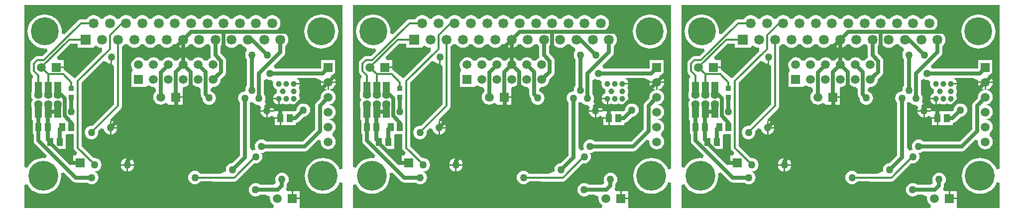
<source format=gbl>
%FSLAX24Y24*%
%MOIN*%
G70*
G01*
G75*
G04 Layer_Physical_Order=2*
G04 Layer_Color=16711680*
%ADD10O,0.0940X0.0250*%
%ADD11R,0.0940X0.0250*%
%ADD12R,0.0385X0.0520*%
%ADD13R,0.0520X0.0385*%
%ADD14R,0.0787X0.0315*%
%ADD15R,0.1102X0.0315*%
%ADD16R,0.0315X0.0787*%
%ADD17R,0.0748X0.1339*%
%ADD18O,0.0138X0.0512*%
%ADD19O,0.0512X0.0138*%
%ADD20R,0.0906X0.0906*%
%ADD21R,0.0270X0.0270*%
%ADD22R,0.0320X0.0360*%
%ADD23R,0.0400X0.0140*%
%ADD24R,0.0600X0.0600*%
%ADD25C,0.0250*%
%ADD26C,0.0120*%
%ADD27R,0.0591X0.0591*%
%ADD28C,0.0591*%
%ADD29C,0.2000*%
%ADD30C,0.0551*%
%ADD31C,0.0394*%
%ADD32R,0.0591X0.0591*%
%ADD33C,0.0665*%
%ADD34R,0.0665X0.0665*%
%ADD35C,0.1874*%
%ADD36C,0.0500*%
%ADD37R,0.0480X0.0787*%
G36*
X32050Y13367D02*
X31854Y13328D01*
X31805Y13446D01*
X31706Y13608D01*
X31583Y13751D01*
X31440Y13874D01*
X31279Y13973D01*
X31104Y14045D01*
X30921Y14089D01*
X30732Y14104D01*
X30544Y14089D01*
X30360Y14045D01*
X30186Y13973D01*
X30025Y13874D01*
X29881Y13751D01*
X29758Y13608D01*
X29660Y13446D01*
X29587Y13272D01*
X29543Y13088D01*
X29529Y12900D01*
X29543Y12712D01*
X29587Y12528D01*
X29660Y12354D01*
X29758Y12192D01*
X29881Y12049D01*
X30025Y11926D01*
X30186Y11827D01*
X30360Y11755D01*
X30544Y11711D01*
X30732Y11696D01*
X30921Y11711D01*
X31104Y11755D01*
X31279Y11827D01*
X31440Y11926D01*
X31583Y12049D01*
X31706Y12192D01*
X31805Y12354D01*
X31854Y12472D01*
X32050Y12433D01*
Y10750D01*
X29195D01*
Y10750D01*
Y10885D01*
X29195Y10891D01*
X29195Y10891D01*
X29195D01*
Y11330D01*
X28700D01*
Y11380D01*
X28650D01*
Y11875D01*
X28354D01*
X28265Y12055D01*
X28274Y12066D01*
X28307Y12145D01*
X28318Y12230D01*
Y12337D01*
X28321Y12339D01*
X28393Y12433D01*
X28438Y12543D01*
X28454Y12660D01*
X28438Y12777D01*
X28393Y12887D01*
X28321Y12981D01*
X28227Y13053D01*
X28117Y13098D01*
X28000Y13114D01*
X27883Y13098D01*
X27773Y13053D01*
X27679Y12981D01*
X27607Y12887D01*
X27562Y12777D01*
X27546Y12660D01*
X27562Y12543D01*
X27594Y12464D01*
X27538Y12380D01*
X27431Y12298D01*
X26542D01*
X26457Y12363D01*
X26347Y12408D01*
X26230Y12424D01*
X26113Y12408D01*
X26003Y12363D01*
X25909Y12291D01*
X25837Y12197D01*
X25792Y12087D01*
X25776Y11970D01*
X25792Y11853D01*
X25837Y11743D01*
X25909Y11649D01*
X26003Y11577D01*
X26113Y11532D01*
X26230Y11516D01*
X26347Y11532D01*
X26457Y11577D01*
X26542Y11642D01*
X26897D01*
X27190Y11521D01*
X27215Y11492D01*
X27200Y11380D01*
X27217Y11251D01*
X27267Y11130D01*
X27347Y11027D01*
X27450Y10947D01*
X27453Y10946D01*
X27414Y10750D01*
X10750D01*
Y12277D01*
X10831Y12310D01*
X10942Y12342D01*
X11034Y12192D01*
X11157Y12049D01*
X11300Y11926D01*
X11461Y11827D01*
X11636Y11755D01*
X11819Y11711D01*
X12008Y11696D01*
X12196Y11711D01*
X12380Y11755D01*
X12554Y11827D01*
X12715Y11926D01*
X12859Y12049D01*
X12982Y12192D01*
X13080Y12354D01*
X13153Y12528D01*
X13197Y12712D01*
X13212Y12900D01*
X13200Y13051D01*
X13369Y13130D01*
X13383Y13133D01*
X13968Y12548D01*
X13998Y12526D01*
X14036Y12496D01*
X14115Y12463D01*
X14200Y12452D01*
X14961D01*
X15033Y12397D01*
X15143Y12352D01*
X15260Y12336D01*
X15377Y12352D01*
X15487Y12397D01*
X15581Y12469D01*
X15653Y12563D01*
X15698Y12673D01*
X15714Y12790D01*
X15698Y12907D01*
X15653Y13017D01*
X15581Y13111D01*
X15487Y13183D01*
X15460Y13194D01*
X15460Y13196D01*
X15577Y13212D01*
D01*
X15577D01*
X15577Y13212D01*
X15687Y13257D01*
X15781Y13329D01*
X15853Y13423D01*
X15898Y13533D01*
X15914Y13650D01*
X15898Y13767D01*
X15853Y13877D01*
X15781Y13971D01*
X15687Y14043D01*
X15577Y14088D01*
X15460Y14104D01*
X15387Y14094D01*
X14582Y14899D01*
Y19151D01*
X16031Y20600D01*
X16230Y20587D01*
X16259Y20549D01*
X16353Y20477D01*
X16463Y20432D01*
X16530Y20423D01*
Y20870D01*
X16630D01*
Y20423D01*
X16609Y20420D01*
X16760Y20288D01*
Y17711D01*
X15305Y16255D01*
X15240Y16264D01*
X15123Y16248D01*
X15013Y16203D01*
X14919Y16131D01*
X14847Y16037D01*
X14802Y15927D01*
X14786Y15810D01*
X14802Y15693D01*
X14847Y15583D01*
X14919Y15489D01*
X15013Y15417D01*
X15123Y15372D01*
X15240Y15356D01*
X15357Y15372D01*
X15467Y15417D01*
X15561Y15489D01*
X15633Y15583D01*
X15678Y15693D01*
X15694Y15810D01*
X15683Y15892D01*
X15889Y16098D01*
X16079Y16034D01*
X16082Y16013D01*
X16127Y15903D01*
X16199Y15809D01*
X16293Y15737D01*
X16403Y15692D01*
X16470Y15683D01*
Y16130D01*
Y16577D01*
X16520Y16584D01*
X16503Y16712D01*
X17207Y17417D01*
X17207Y17417D01*
X17249Y17471D01*
X17275Y17534D01*
X17275Y17534D01*
X17275Y17534D01*
Y17534D01*
X17284Y17602D01*
X17284Y17602D01*
Y21573D01*
X17291Y21576D01*
X17402Y21661D01*
X17465Y21744D01*
X17665D01*
X17729Y21661D01*
X17840Y21576D01*
X17970Y21522D01*
X18109Y21504D01*
X18248Y21522D01*
X18378Y21576D01*
X18489Y21661D01*
X18552Y21744D01*
X18752D01*
X18816Y21661D01*
X18927Y21576D01*
X19057Y21522D01*
X19196Y21504D01*
X19335Y21522D01*
X19465Y21576D01*
X19576Y21661D01*
X19639Y21744D01*
X19839D01*
X19903Y21661D01*
X20014Y21576D01*
X20144Y21522D01*
X20283Y21504D01*
X20422Y21522D01*
X20552Y21576D01*
X20663Y21661D01*
X20726Y21744D01*
X20926D01*
X20990Y21661D01*
X21101Y21576D01*
X21231Y21522D01*
X21320Y21510D01*
Y22041D01*
X21420D01*
Y21510D01*
X21509Y21522D01*
X21639Y21576D01*
X21750Y21661D01*
X21814Y21744D01*
X22014D01*
X22077Y21661D01*
X22188Y21576D01*
X22318Y21522D01*
X22457Y21504D01*
X22596Y21522D01*
X22726Y21576D01*
X22837Y21661D01*
X22901Y21744D01*
X23101D01*
X23164Y21661D01*
X23216Y21621D01*
Y20996D01*
X23222Y20954D01*
X23227Y20911D01*
X23227Y20911D01*
X23227Y20911D01*
D01*
X23244Y20872D01*
X23258Y20837D01*
X23258D01*
D01*
X23150Y20793D01*
X23047Y20713D01*
X23000Y20652D01*
X22800D01*
X22753Y20713D01*
X22650Y20793D01*
X22529Y20843D01*
X22400Y20860D01*
X22271Y20843D01*
X22150Y20793D01*
X22047Y20713D01*
X22000Y20652D01*
X21800D01*
X21753Y20713D01*
X21650Y20793D01*
X21529Y20843D01*
X21450Y20853D01*
Y20360D01*
X21350D01*
Y20853D01*
X21271Y20843D01*
X21150Y20793D01*
X21047Y20713D01*
X21000Y20652D01*
X20800D01*
X20753Y20713D01*
X20650Y20793D01*
X20529Y20843D01*
X20400Y20860D01*
X20271Y20843D01*
X20150Y20793D01*
X20047Y20713D01*
X20000Y20652D01*
X19800D01*
X19753Y20713D01*
X19650Y20793D01*
X19529Y20843D01*
X19400Y20860D01*
X19271Y20843D01*
X19150Y20793D01*
X19047Y20713D01*
X19000Y20652D01*
X18800D01*
X18753Y20713D01*
X18650Y20793D01*
X18529Y20843D01*
X18400Y20860D01*
X18271Y20843D01*
X18150Y20793D01*
X18047Y20713D01*
X17967Y20610D01*
X17917Y20489D01*
X17900Y20360D01*
X17917Y20231D01*
X17967Y20110D01*
X18025Y20035D01*
X17948Y19879D01*
X17931Y19855D01*
X17905D01*
Y18865D01*
X18895D01*
Y18891D01*
X18919Y18908D01*
X19075Y18985D01*
X19150Y18927D01*
X19271Y18877D01*
X19400Y18860D01*
X19422Y18863D01*
X19548Y18752D01*
X19542Y18552D01*
X19517Y18533D01*
X19437Y18430D01*
X19387Y18309D01*
X19370Y18180D01*
X19387Y18051D01*
X19437Y17930D01*
X19517Y17827D01*
X19620Y17747D01*
X19741Y17697D01*
X19870Y17680D01*
X19999Y17697D01*
X20120Y17747D01*
X20195Y17805D01*
X20351Y17728D01*
X20375Y17711D01*
Y17685D01*
X20820D01*
Y18180D01*
X20870D01*
Y18230D01*
X21365D01*
Y18675D01*
X21365Y18675D01*
X21365D01*
X21388Y18852D01*
X21400Y18860D01*
X21529Y18877D01*
X21650Y18927D01*
X21753Y19007D01*
X21800Y19068D01*
X22000D01*
X22047Y19007D01*
X22150Y18927D01*
X22271Y18877D01*
X22400Y18860D01*
X22412Y18862D01*
X22562Y18730D01*
Y18360D01*
X22568Y18318D01*
X22573Y18275D01*
X22590Y18236D01*
X22606Y18196D01*
X22658Y18128D01*
X22668Y18119D01*
X22682Y18013D01*
X22727Y17903D01*
X22799Y17809D01*
X22893Y17737D01*
X23003Y17692D01*
X23120Y17676D01*
X23237Y17692D01*
X23347Y17737D01*
X23441Y17809D01*
X23513Y17903D01*
X23558Y18013D01*
X23574Y18130D01*
X23558Y18247D01*
X23513Y18357D01*
X23441Y18451D01*
X23347Y18523D01*
X23237Y18568D01*
X23218Y18571D01*
Y18733D01*
X23368Y18865D01*
X23400Y18860D01*
X23529Y18877D01*
X23650Y18927D01*
X23753Y19007D01*
X23833Y19110D01*
X23883Y19231D01*
X23900Y19360D01*
X23895Y19392D01*
X24152Y19648D01*
X24204Y19716D01*
X24220Y19756D01*
X24237Y19795D01*
X24242Y19838D01*
X24248Y19880D01*
Y20620D01*
X24237Y20705D01*
X24204Y20784D01*
X24174Y20822D01*
X24152Y20852D01*
X23872Y21132D01*
Y21621D01*
X23924Y21661D01*
X23988Y21744D01*
X24188D01*
X24251Y21661D01*
X24362Y21576D01*
X24492Y21522D01*
X24631Y21504D01*
X24770Y21522D01*
X24900Y21576D01*
X25011Y21661D01*
X25075Y21744D01*
X25275D01*
X25338Y21661D01*
X25449Y21576D01*
X25579Y21522D01*
X25589Y21521D01*
X25665Y21336D01*
X25597Y21247D01*
X25552Y21137D01*
X25536Y21020D01*
X25552Y20903D01*
X25597Y20793D01*
X25662Y20708D01*
Y18962D01*
X25597Y18877D01*
X25552Y18767D01*
X25536Y18650D01*
X25536Y18650D01*
X25536Y18650D01*
X25510Y18574D01*
X25393Y18558D01*
X25283Y18513D01*
X25189Y18441D01*
X25117Y18347D01*
X25072Y18237D01*
X25056Y18120D01*
X25072Y18003D01*
X25117Y17893D01*
X25182Y17808D01*
Y14276D01*
X24679Y13772D01*
X24573Y13758D01*
X24463Y13713D01*
X24369Y13641D01*
X24297Y13547D01*
X24252Y13437D01*
X24236Y13320D01*
X24252Y13203D01*
X23865Y13042D01*
X23410D01*
X23408Y13043D01*
X23340Y13052D01*
X23340Y13052D01*
X22536D01*
X22491Y13111D01*
X22397Y13183D01*
X22287Y13228D01*
X22170Y13244D01*
X22053Y13228D01*
X21943Y13183D01*
X21849Y13111D01*
X21777Y13017D01*
X21732Y12907D01*
X21716Y12790D01*
X21732Y12673D01*
X21777Y12563D01*
X21849Y12469D01*
X21943Y12397D01*
X22053Y12352D01*
X22170Y12336D01*
X22287Y12352D01*
X22397Y12397D01*
X22491Y12469D01*
X22536Y12528D01*
X23280D01*
X23282Y12527D01*
X23350Y12518D01*
X23350Y12518D01*
X24810D01*
X24810Y12518D01*
X24878Y12527D01*
X24941Y12553D01*
X24995Y12595D01*
X26149Y13748D01*
X26240Y13736D01*
X26357Y13752D01*
X26467Y13797D01*
X26561Y13869D01*
X26633Y13963D01*
X26678Y14073D01*
X26694Y14190D01*
X26678Y14307D01*
X26633Y14417D01*
X26625Y14427D01*
X26630Y14436D01*
X26747Y14452D01*
X26857Y14497D01*
X26929Y14552D01*
X29510D01*
X29552Y14558D01*
X29595Y14563D01*
X29634Y14580D01*
X29674Y14596D01*
X29742Y14648D01*
X29742Y14648D01*
X29742Y14648D01*
X30430Y15336D01*
X30609Y15248D01*
X30600Y15180D01*
X30617Y15051D01*
X30667Y14930D01*
X30747Y14827D01*
X30850Y14747D01*
X30971Y14697D01*
X31100Y14680D01*
X31229Y14697D01*
X31350Y14747D01*
X31453Y14827D01*
X31533Y14930D01*
X31583Y15051D01*
X31600Y15180D01*
X31583Y15309D01*
X31533Y15430D01*
X31453Y15533D01*
X31392Y15580D01*
Y15780D01*
X31453Y15827D01*
X31533Y15930D01*
X31583Y16051D01*
X31600Y16180D01*
X31583Y16309D01*
X31533Y16430D01*
X31453Y16533D01*
X31350Y16613D01*
X31229Y16663D01*
X31100Y16680D01*
X30992Y16665D01*
X30982Y16680D01*
X30992Y16695D01*
X31100Y16680D01*
X31229Y16697D01*
X31350Y16747D01*
X31453Y16827D01*
X31533Y16930D01*
X31583Y17051D01*
X31600Y17180D01*
X31583Y17309D01*
X31533Y17430D01*
X31453Y17533D01*
X31350Y17613D01*
X31229Y17663D01*
X31100Y17680D01*
X31073Y17676D01*
X31078Y17683D01*
X31100Y17680D01*
X31229Y17697D01*
X31350Y17747D01*
X31453Y17827D01*
X31533Y17930D01*
X31583Y18051D01*
X31600Y18180D01*
X31583Y18309D01*
X31533Y18430D01*
X31453Y18533D01*
X31350Y18613D01*
X31229Y18663D01*
X31100Y18680D01*
X30971Y18663D01*
X30850Y18613D01*
X30747Y18533D01*
X30667Y18430D01*
X30617Y18309D01*
X30600Y18180D01*
X30605Y18148D01*
X30308Y17852D01*
X30256Y17784D01*
X30240Y17744D01*
X30223Y17705D01*
X30218Y17662D01*
X30212Y17620D01*
Y16046D01*
X29374Y15208D01*
X26953D01*
X26951Y15211D01*
X26857Y15283D01*
X26747Y15328D01*
X26630Y15344D01*
X26513Y15328D01*
X26403Y15283D01*
X26309Y15211D01*
X26237Y15117D01*
X26192Y15007D01*
X26176Y14890D01*
X26192Y14773D01*
Y14773D01*
X26237Y14663D01*
X26237D01*
X26123Y14628D01*
X26123D01*
X26123Y14628D01*
X26013Y14583D01*
X25838Y14811D01*
Y17808D01*
X25867Y17846D01*
X26067D01*
X26119Y17779D01*
X26213Y17707D01*
X26323Y17662D01*
X26440Y17646D01*
X26484Y17652D01*
X26605Y17493D01*
X26562Y17387D01*
X26553Y17320D01*
X26950D01*
Y17717D01*
X26956Y17718D01*
X26835Y17877D01*
X26878Y17983D01*
X26894Y18100D01*
X26878Y18217D01*
X26833Y18327D01*
X26778Y18399D01*
Y19321D01*
X26957Y19409D01*
X26973Y19397D01*
X27083Y19352D01*
X27200Y19336D01*
X27294Y19349D01*
X27416Y19190D01*
X27413Y19184D01*
X27400Y19080D01*
X27413Y18976D01*
X27453Y18880D01*
X27517Y18797D01*
X27600Y18733D01*
X27663Y18707D01*
X27653Y18684D01*
X27640Y18580D01*
X27653Y18476D01*
X27663Y18453D01*
X27600Y18427D01*
X27517Y18363D01*
X27453Y18280D01*
X27413Y18184D01*
X27406Y18130D01*
X27800D01*
Y18080D01*
X27850D01*
Y17686D01*
X27904Y17693D01*
X28000Y17733D01*
X28050Y17772D01*
X28100Y17733D01*
X28196Y17693D01*
X28300Y17680D01*
X28404Y17693D01*
X28500Y17733D01*
X28550Y17772D01*
X28600Y17733D01*
X28696Y17693D01*
X28800Y17680D01*
X28904Y17693D01*
X29020Y17631D01*
X29037Y17547D01*
X28992Y17437D01*
X28978Y17331D01*
X28886Y17240D01*
X27950D01*
Y16780D01*
Y16320D01*
X28918D01*
Y16456D01*
X28932Y16458D01*
X28975Y16463D01*
X29014Y16480D01*
X29054Y16496D01*
X29122Y16548D01*
X29122Y16548D01*
X29122Y16548D01*
X29441Y16868D01*
X29547Y16882D01*
X29657Y16927D01*
X29751Y16999D01*
X29823Y17093D01*
X29868Y17203D01*
X29884Y17320D01*
X29868Y17437D01*
X29823Y17547D01*
X29751Y17641D01*
X29657Y17713D01*
X29547Y17758D01*
X29430Y17774D01*
X29313Y17758D01*
X29308Y17756D01*
X29219Y17824D01*
X29152Y17892D01*
X29187Y17976D01*
X29200Y18080D01*
X29187Y18184D01*
X29147Y18280D01*
X29108Y18330D01*
X29147Y18380D01*
X29187Y18476D01*
X29200Y18580D01*
X29187Y18684D01*
X29147Y18780D01*
X29108Y18830D01*
X29147Y18880D01*
X29187Y18976D01*
X29194Y19030D01*
X28800D01*
Y19130D01*
X29194D01*
X29187Y19184D01*
X29147Y19280D01*
X29083Y19363D01*
X29000Y19427D01*
X29007Y19462D01*
X30248D01*
X30617Y19309D01*
X30607Y19230D01*
X31593D01*
X31583Y19309D01*
X31533Y19430D01*
X31453Y19533D01*
X31350Y19613D01*
X31270Y19646D01*
Y19646D01*
X31270D01*
X31229Y19663D01*
X31251Y19685D01*
X31595D01*
Y20675D01*
X30605D01*
Y20148D01*
X30574Y20118D01*
X27523D01*
X27446Y20303D01*
X28124Y20980D01*
X28176Y21048D01*
X28209Y21127D01*
X28220Y21212D01*
X28220Y21212D01*
X28220Y21212D01*
Y21212D01*
Y21621D01*
X28272Y21661D01*
X28357Y21772D01*
X28411Y21902D01*
X28429Y22041D01*
X28411Y22180D01*
X28357Y22309D01*
X28272Y22421D01*
X28161Y22506D01*
X28031Y22560D01*
X27892Y22578D01*
X27762Y22561D01*
X27685Y22746D01*
X27728Y22779D01*
X27814Y22890D01*
X27868Y23020D01*
X27886Y23159D01*
X27868Y23298D01*
X27814Y23428D01*
X27728Y23539D01*
X27617Y23624D01*
X27488Y23678D01*
X27349Y23696D01*
X27209Y23678D01*
X27080Y23624D01*
X26969Y23539D01*
X26905Y23456D01*
X26705D01*
X26641Y23539D01*
X26530Y23624D01*
X26401Y23678D01*
X26262Y23696D01*
X26122Y23678D01*
X25993Y23624D01*
X25882Y23539D01*
X25818Y23456D01*
X25618D01*
X25554Y23539D01*
X25443Y23624D01*
X25314Y23678D01*
X25175Y23696D01*
X25035Y23678D01*
X24906Y23624D01*
X24795Y23539D01*
X24731Y23456D01*
X24531D01*
X24467Y23539D01*
X24356Y23624D01*
X24227Y23678D01*
X24088Y23696D01*
X23948Y23678D01*
X23819Y23624D01*
X23708Y23539D01*
X23644Y23456D01*
X23444D01*
X23380Y23539D01*
X23269Y23624D01*
X23140Y23678D01*
X23001Y23696D01*
X22861Y23678D01*
X22732Y23624D01*
X22621Y23539D01*
X22557Y23456D01*
X22357D01*
X22293Y23539D01*
X22182Y23624D01*
X22053Y23678D01*
X21914Y23696D01*
X21774Y23678D01*
X21645Y23624D01*
X21534Y23539D01*
X21470Y23456D01*
X21270D01*
X21206Y23539D01*
X21095Y23624D01*
X20966Y23678D01*
X20826Y23696D01*
X20687Y23678D01*
X20558Y23624D01*
X20447Y23539D01*
X20383Y23456D01*
X20183D01*
X20119Y23539D01*
X20008Y23624D01*
X19879Y23678D01*
X19739Y23696D01*
X19600Y23678D01*
X19471Y23624D01*
X19360Y23539D01*
X19296Y23456D01*
X19096D01*
X19032Y23539D01*
X18921Y23624D01*
X18792Y23678D01*
X18652Y23696D01*
X18513Y23678D01*
X18384Y23624D01*
X18273Y23539D01*
X18209Y23456D01*
X18009D01*
X17945Y23539D01*
X17834Y23624D01*
X17705Y23678D01*
X17565Y23696D01*
X17426Y23678D01*
X17297Y23624D01*
X17186Y23539D01*
X17122Y23456D01*
X16922D01*
X16858Y23539D01*
X16747Y23624D01*
X16618Y23678D01*
X16478Y23696D01*
X16339Y23678D01*
X16210Y23624D01*
X16099Y23539D01*
X16035Y23456D01*
X15835D01*
X15771Y23539D01*
X15660Y23624D01*
X15531Y23678D01*
X15391Y23696D01*
X15252Y23678D01*
X15123Y23624D01*
X15012Y23539D01*
X14926Y23428D01*
X14924Y23421D01*
X14549D01*
X14549Y23421D01*
X14481Y23412D01*
X14418Y23386D01*
X14363Y23344D01*
X14363Y23344D01*
X13421Y22402D01*
X13239Y22486D01*
X13248Y22600D01*
X13234Y22778D01*
X13192Y22952D01*
X13124Y23118D01*
X13031Y23270D01*
X12914Y23406D01*
X12778Y23523D01*
X12626Y23616D01*
X12460Y23685D01*
X12286Y23726D01*
X12108Y23740D01*
X11929Y23726D01*
X11755Y23685D01*
X11590Y23616D01*
X11437Y23523D01*
X11301Y23406D01*
X11185Y23270D01*
X11092Y23118D01*
X11023Y22952D01*
X10981Y22778D01*
X10967Y22600D01*
X10981Y22421D01*
X11023Y22247D01*
X11092Y22082D01*
X11185Y21929D01*
X11301Y21793D01*
X11437Y21677D01*
X11590Y21584D01*
X11755Y21515D01*
X11929Y21473D01*
X12108Y21459D01*
X12222Y21468D01*
X12306Y21287D01*
X11951Y20932D01*
X11620D01*
X11620Y20932D01*
X11552Y20923D01*
X11489Y20897D01*
X11435Y20855D01*
X11435Y20855D01*
X11215Y20635D01*
X11173Y20581D01*
X11147Y20518D01*
X11138Y20450D01*
X11138Y20450D01*
Y19930D01*
X11138Y19930D01*
X11147Y19862D01*
X11173Y19799D01*
X11215Y19745D01*
X11361Y19598D01*
X11285Y19413D01*
X11260D01*
Y18830D01*
X11258Y18819D01*
X11260Y18808D01*
Y18575D01*
X11217Y18471D01*
X11201Y18347D01*
X11217Y18223D01*
X11265Y18107D01*
X11330Y18022D01*
X11265Y17937D01*
X11217Y17821D01*
X11201Y17697D01*
X11217Y17573D01*
X11260Y17470D01*
Y16629D01*
X11307D01*
Y15720D01*
X11372D01*
Y15280D01*
X11378Y15238D01*
X11383Y15195D01*
X11400Y15156D01*
X11416Y15116D01*
X11468Y15048D01*
X11468Y15048D01*
X11468Y15048D01*
X12241Y14276D01*
X12238Y14262D01*
X12159Y14092D01*
X12008Y14104D01*
X11819Y14089D01*
X11636Y14045D01*
X11461Y13973D01*
X11300Y13874D01*
X11157Y13751D01*
X11034Y13608D01*
X10942Y13458D01*
X10831Y13490D01*
X10750Y13523D01*
Y24360D01*
X32050D01*
Y13367D01*
D02*
G37*
G36*
X14058Y14790D02*
X14058Y14790D01*
X14067Y14722D01*
X14093Y14659D01*
X14135Y14605D01*
X14279Y14460D01*
X14203Y14275D01*
X14005D01*
Y13830D01*
X14500D01*
Y13730D01*
X14005D01*
Y13700D01*
X13820Y13624D01*
X12908Y14535D01*
X12985Y14720D01*
X13518D01*
Y15640D01*
D01*
Y15640D01*
X13598Y15720D01*
X14058D01*
Y14790D01*
D02*
G37*
G36*
X14315Y21508D02*
X15381D01*
Y21527D01*
X15532Y21643D01*
X15560Y21657D01*
X15666Y21576D01*
X15796Y21522D01*
X15935Y21504D01*
X15965Y21276D01*
X14170Y19481D01*
X14088D01*
X13580Y19871D01*
X13523Y19928D01*
X13469Y19969D01*
X13406Y19996D01*
X13395Y19997D01*
Y20130D01*
X12900D01*
Y20230D01*
X13395D01*
Y20675D01*
X13007D01*
X12931Y20860D01*
X13859Y21788D01*
X14315D01*
Y21508D01*
D02*
G37*
%LPC*%
G36*
X17700Y14087D02*
Y13690D01*
X18097D01*
X18088Y13757D01*
X18043Y13867D01*
X17971Y13961D01*
X17877Y14033D01*
X17767Y14078D01*
X17700Y14087D01*
D02*
G37*
G36*
X16570Y16577D02*
Y16180D01*
X16967D01*
X16958Y16247D01*
X16913Y16357D01*
X16841Y16451D01*
X16747Y16523D01*
X16637Y16568D01*
X16570Y16577D01*
D02*
G37*
G36*
X16967Y16080D02*
X16570D01*
Y15683D01*
X16637Y15692D01*
X16747Y15737D01*
X16841Y15809D01*
X16913Y15903D01*
X16958Y16013D01*
X16967Y16080D01*
D02*
G37*
G36*
X17600Y13590D02*
X17203D01*
X17212Y13523D01*
X17257Y13413D01*
X17329Y13319D01*
X17423Y13247D01*
X17533Y13202D01*
X17600Y13193D01*
Y13590D01*
D02*
G37*
G36*
X29195Y11875D02*
X28750D01*
Y11430D01*
X29195D01*
Y11875D01*
D02*
G37*
G36*
X17600Y14087D02*
X17533Y14078D01*
X17423Y14033D01*
X17329Y13961D01*
X17257Y13867D01*
X17212Y13757D01*
X17203Y13690D01*
X17600D01*
Y14087D01*
D02*
G37*
G36*
X18097Y13590D02*
X17700D01*
Y13193D01*
X17767Y13202D01*
X17877Y13247D01*
X17971Y13319D01*
X18043Y13413D01*
X18088Y13523D01*
X18097Y13590D01*
D02*
G37*
G36*
X27850Y16730D02*
X27508D01*
Y16320D01*
X27850D01*
Y16730D01*
D02*
G37*
G36*
X31050Y19130D02*
X30607D01*
X30617Y19051D01*
X30667Y18930D01*
X30747Y18827D01*
X30850Y18747D01*
X30971Y18697D01*
X31050Y18687D01*
Y19130D01*
D02*
G37*
G36*
X27750Y18030D02*
X27406D01*
X27413Y17976D01*
X27453Y17880D01*
X27517Y17797D01*
X27600Y17733D01*
X27696Y17693D01*
X27750Y17686D01*
Y18030D01*
D02*
G37*
G36*
X30632Y23740D02*
X30454Y23726D01*
X30280Y23685D01*
X30114Y23616D01*
X29962Y23523D01*
X29826Y23406D01*
X29709Y23270D01*
X29616Y23118D01*
X29548Y22952D01*
X29506Y22778D01*
X29492Y22600D01*
X29506Y22421D01*
X29548Y22247D01*
X29616Y22082D01*
X29709Y21929D01*
X29826Y21793D01*
X29962Y21677D01*
X30114Y21584D01*
X30280Y21515D01*
X30454Y21473D01*
X30632Y21459D01*
X30811Y21473D01*
X30985Y21515D01*
X31150Y21584D01*
X31303Y21677D01*
X31439Y21793D01*
X31555Y21929D01*
X31648Y22082D01*
X31717Y22247D01*
X31759Y22421D01*
X31773Y22600D01*
X31759Y22778D01*
X31717Y22952D01*
X31648Y23118D01*
X31555Y23270D01*
X31439Y23406D01*
X31303Y23523D01*
X31150Y23616D01*
X30985Y23685D01*
X30811Y23726D01*
X30632Y23740D01*
D02*
G37*
G36*
X31593Y19130D02*
X31150D01*
Y18687D01*
X31229Y18697D01*
X31350Y18747D01*
X31453Y18827D01*
X31533Y18930D01*
X31583Y19051D01*
X31593Y19130D01*
D02*
G37*
G36*
X26950Y17220D02*
X26553D01*
X26562Y17153D01*
X26607Y17043D01*
X26679Y16949D01*
X26773Y16877D01*
X26883Y16832D01*
X26950Y16823D01*
Y17220D01*
D02*
G37*
G36*
X27454Y17270D02*
X27447Y17220D01*
X27050D01*
Y16823D01*
X27117Y16832D01*
X27227Y16877D01*
X27321Y16949D01*
X27507Y16806D01*
Y16830D01*
X27850D01*
Y17240D01*
X27508D01*
X27508Y17240D01*
Y17240D01*
X27473Y17244D01*
X27454Y17270D01*
D02*
G37*
G36*
X21365Y18130D02*
X20920D01*
Y17685D01*
X21365D01*
Y18130D01*
D02*
G37*
G36*
X27050Y17717D02*
Y17320D01*
X27447D01*
X27438Y17387D01*
X27393Y17497D01*
X27321Y17591D01*
X27227Y17663D01*
X27117Y17708D01*
X27050Y17717D01*
D02*
G37*
%LPD*%
G36*
X54050Y13367D02*
X53854Y13328D01*
X53805Y13446D01*
X53706Y13608D01*
X53583Y13751D01*
X53440Y13874D01*
X53279Y13973D01*
X53104Y14045D01*
X52921Y14089D01*
X52732Y14104D01*
X52544Y14089D01*
X52360Y14045D01*
X52186Y13973D01*
X52025Y13874D01*
X51881Y13751D01*
X51758Y13608D01*
X51660Y13446D01*
X51587Y13272D01*
X51543Y13088D01*
X51529Y12900D01*
X51543Y12712D01*
X51587Y12528D01*
X51660Y12354D01*
X51758Y12192D01*
X51881Y12049D01*
X52025Y11926D01*
X52186Y11827D01*
X52360Y11755D01*
X52544Y11711D01*
X52732Y11696D01*
X52921Y11711D01*
X53104Y11755D01*
X53279Y11827D01*
X53440Y11926D01*
X53583Y12049D01*
X53706Y12192D01*
X53805Y12354D01*
X53854Y12472D01*
X54050Y12433D01*
Y10750D01*
X51195D01*
Y10750D01*
Y10885D01*
X51195Y10891D01*
X51195Y10891D01*
X51195D01*
Y11330D01*
X50700D01*
Y11380D01*
X50650D01*
Y11875D01*
X50354D01*
X50265Y12055D01*
X50274Y12066D01*
X50307Y12145D01*
X50318Y12230D01*
Y12337D01*
X50321Y12339D01*
X50393Y12433D01*
X50438Y12543D01*
X50454Y12660D01*
X50438Y12777D01*
X50393Y12887D01*
X50321Y12981D01*
X50227Y13053D01*
X50117Y13098D01*
X50000Y13114D01*
X49883Y13098D01*
X49773Y13053D01*
X49679Y12981D01*
X49607Y12887D01*
X49562Y12777D01*
X49546Y12660D01*
X49562Y12543D01*
X49594Y12464D01*
X49538Y12380D01*
X49431Y12298D01*
X48542D01*
X48457Y12363D01*
X48347Y12408D01*
X48230Y12424D01*
X48113Y12408D01*
X48003Y12363D01*
X47909Y12291D01*
X47837Y12197D01*
X47792Y12087D01*
X47776Y11970D01*
X47792Y11853D01*
X47837Y11743D01*
X47909Y11649D01*
X48003Y11577D01*
X48113Y11532D01*
X48230Y11516D01*
X48347Y11532D01*
X48457Y11577D01*
X48542Y11642D01*
X48897D01*
X49190Y11521D01*
X49215Y11492D01*
X49200Y11380D01*
X49217Y11251D01*
X49267Y11130D01*
X49347Y11027D01*
X49450Y10947D01*
X49453Y10946D01*
X49414Y10750D01*
X32750D01*
Y12277D01*
X32831Y12310D01*
X32942Y12342D01*
X33034Y12192D01*
X33157Y12049D01*
X33300Y11926D01*
X33461Y11827D01*
X33636Y11755D01*
X33819Y11711D01*
X34008Y11696D01*
X34196Y11711D01*
X34380Y11755D01*
X34554Y11827D01*
X34715Y11926D01*
X34859Y12049D01*
X34982Y12192D01*
X35080Y12354D01*
X35153Y12528D01*
X35197Y12712D01*
X35212Y12900D01*
X35200Y13051D01*
X35369Y13130D01*
X35383Y13133D01*
X35968Y12548D01*
X35998Y12526D01*
X36036Y12496D01*
X36115Y12463D01*
X36200Y12452D01*
X36961D01*
X37033Y12397D01*
X37143Y12352D01*
X37260Y12336D01*
X37377Y12352D01*
X37487Y12397D01*
X37581Y12469D01*
X37653Y12563D01*
X37698Y12673D01*
X37714Y12790D01*
X37698Y12907D01*
X37653Y13017D01*
X37581Y13111D01*
X37487Y13183D01*
X37460Y13194D01*
X37460Y13196D01*
X37577Y13212D01*
D01*
X37577D01*
X37577Y13212D01*
X37687Y13257D01*
X37781Y13329D01*
X37853Y13423D01*
X37898Y13533D01*
X37914Y13650D01*
X37898Y13767D01*
X37853Y13877D01*
X37781Y13971D01*
X37687Y14043D01*
X37577Y14088D01*
X37460Y14104D01*
X37387Y14094D01*
X36582Y14899D01*
Y19151D01*
X38031Y20600D01*
X38230Y20587D01*
X38259Y20549D01*
X38353Y20477D01*
X38463Y20432D01*
X38530Y20423D01*
Y20870D01*
X38630D01*
Y20423D01*
X38609Y20420D01*
X38760Y20288D01*
Y17711D01*
X37305Y16255D01*
X37240Y16264D01*
X37123Y16248D01*
X37013Y16203D01*
X36919Y16131D01*
X36847Y16037D01*
X36802Y15927D01*
X36786Y15810D01*
X36802Y15693D01*
X36847Y15583D01*
X36919Y15489D01*
X37013Y15417D01*
X37123Y15372D01*
X37240Y15356D01*
X37357Y15372D01*
X37467Y15417D01*
X37561Y15489D01*
X37633Y15583D01*
X37678Y15693D01*
X37694Y15810D01*
X37683Y15892D01*
X37889Y16098D01*
X38079Y16034D01*
X38082Y16013D01*
X38127Y15903D01*
X38199Y15809D01*
X38293Y15737D01*
X38403Y15692D01*
X38470Y15683D01*
Y16130D01*
Y16577D01*
X38520Y16584D01*
X38503Y16712D01*
X39207Y17417D01*
X39207Y17417D01*
X39249Y17471D01*
X39275Y17534D01*
X39275Y17534D01*
X39275Y17534D01*
Y17534D01*
X39284Y17602D01*
X39284Y17602D01*
Y21573D01*
X39291Y21576D01*
X39402Y21661D01*
X39465Y21744D01*
X39665D01*
X39729Y21661D01*
X39840Y21576D01*
X39970Y21522D01*
X40109Y21504D01*
X40248Y21522D01*
X40378Y21576D01*
X40489Y21661D01*
X40552Y21744D01*
X40752D01*
X40816Y21661D01*
X40927Y21576D01*
X41057Y21522D01*
X41196Y21504D01*
X41335Y21522D01*
X41465Y21576D01*
X41576Y21661D01*
X41639Y21744D01*
X41839D01*
X41903Y21661D01*
X42014Y21576D01*
X42144Y21522D01*
X42283Y21504D01*
X42422Y21522D01*
X42552Y21576D01*
X42663Y21661D01*
X42726Y21744D01*
X42927D01*
X42990Y21661D01*
X43101Y21576D01*
X43231Y21522D01*
X43320Y21510D01*
Y22041D01*
X43420D01*
Y21510D01*
X43509Y21522D01*
X43639Y21576D01*
X43750Y21661D01*
X43814Y21744D01*
X44014D01*
X44077Y21661D01*
X44188Y21576D01*
X44318Y21522D01*
X44457Y21504D01*
X44596Y21522D01*
X44726Y21576D01*
X44837Y21661D01*
X44901Y21744D01*
X45101D01*
X45164Y21661D01*
X45216Y21621D01*
Y20996D01*
X45222Y20954D01*
X45227Y20911D01*
X45227Y20911D01*
X45227Y20911D01*
D01*
X45244Y20872D01*
X45258Y20837D01*
X45258D01*
D01*
X45150Y20793D01*
X45047Y20713D01*
X45000Y20652D01*
X44800D01*
X44753Y20713D01*
X44650Y20793D01*
X44529Y20843D01*
X44400Y20860D01*
X44271Y20843D01*
X44150Y20793D01*
X44047Y20713D01*
X44000Y20652D01*
X43800D01*
X43753Y20713D01*
X43650Y20793D01*
X43529Y20843D01*
X43450Y20853D01*
Y20360D01*
X43350D01*
Y20853D01*
X43271Y20843D01*
X43150Y20793D01*
X43047Y20713D01*
X43000Y20652D01*
X42800D01*
X42753Y20713D01*
X42650Y20793D01*
X42529Y20843D01*
X42400Y20860D01*
X42271Y20843D01*
X42150Y20793D01*
X42047Y20713D01*
X42000Y20652D01*
X41800D01*
X41753Y20713D01*
X41650Y20793D01*
X41529Y20843D01*
X41400Y20860D01*
X41271Y20843D01*
X41150Y20793D01*
X41047Y20713D01*
X41000Y20652D01*
X40800D01*
X40753Y20713D01*
X40650Y20793D01*
X40529Y20843D01*
X40400Y20860D01*
X40271Y20843D01*
X40150Y20793D01*
X40047Y20713D01*
X39967Y20610D01*
X39917Y20489D01*
X39900Y20360D01*
X39917Y20231D01*
X39967Y20110D01*
X40025Y20035D01*
X39948Y19879D01*
X39931Y19855D01*
X39905D01*
Y18865D01*
X40895D01*
Y18891D01*
X40919Y18908D01*
X41075Y18985D01*
X41150Y18927D01*
X41271Y18877D01*
X41400Y18860D01*
X41422Y18863D01*
X41548Y18752D01*
X41542Y18552D01*
X41517Y18533D01*
X41437Y18430D01*
X41387Y18309D01*
X41370Y18180D01*
X41387Y18051D01*
X41437Y17930D01*
X41517Y17827D01*
X41620Y17747D01*
X41741Y17697D01*
X41870Y17680D01*
X41999Y17697D01*
X42120Y17747D01*
X42195Y17805D01*
X42351Y17728D01*
X42375Y17711D01*
Y17685D01*
X42820D01*
Y18180D01*
X42870D01*
Y18230D01*
X43365D01*
Y18675D01*
X43365Y18675D01*
X43365D01*
X43388Y18852D01*
X43400Y18860D01*
X43529Y18877D01*
X43650Y18927D01*
X43753Y19007D01*
X43800Y19068D01*
X44000D01*
X44047Y19007D01*
X44150Y18927D01*
X44271Y18877D01*
X44400Y18860D01*
X44412Y18862D01*
X44562Y18730D01*
Y18360D01*
X44568Y18318D01*
X44573Y18275D01*
X44590Y18236D01*
X44606Y18196D01*
X44658Y18128D01*
X44668Y18119D01*
X44682Y18013D01*
X44727Y17903D01*
X44799Y17809D01*
X44893Y17737D01*
X45003Y17692D01*
X45120Y17676D01*
X45237Y17692D01*
X45347Y17737D01*
X45441Y17809D01*
X45513Y17903D01*
X45558Y18013D01*
X45574Y18130D01*
X45558Y18247D01*
X45513Y18357D01*
X45441Y18451D01*
X45347Y18523D01*
X45237Y18568D01*
X45218Y18571D01*
Y18733D01*
X45368Y18865D01*
X45400Y18860D01*
X45529Y18877D01*
X45650Y18927D01*
X45753Y19007D01*
X45833Y19110D01*
X45883Y19231D01*
X45900Y19360D01*
X45895Y19392D01*
X46152Y19648D01*
X46204Y19716D01*
X46220Y19756D01*
X46237Y19795D01*
X46242Y19838D01*
X46248Y19880D01*
Y20620D01*
X46237Y20705D01*
X46204Y20784D01*
X46174Y20822D01*
X46152Y20852D01*
X45872Y21132D01*
Y21621D01*
X45924Y21661D01*
X45988Y21744D01*
X46188D01*
X46251Y21661D01*
X46362Y21576D01*
X46492Y21522D01*
X46631Y21504D01*
X46770Y21522D01*
X46900Y21576D01*
X47011Y21661D01*
X47075Y21744D01*
X47275D01*
X47338Y21661D01*
X47449Y21576D01*
X47579Y21522D01*
X47589Y21521D01*
X47665Y21336D01*
X47597Y21247D01*
X47552Y21137D01*
X47536Y21020D01*
X47552Y20903D01*
X47597Y20793D01*
X47662Y20708D01*
Y18962D01*
X47597Y18877D01*
X47552Y18767D01*
X47536Y18650D01*
X47536Y18650D01*
X47536Y18650D01*
X47510Y18574D01*
X47393Y18558D01*
X47283Y18513D01*
X47189Y18441D01*
X47117Y18347D01*
X47072Y18237D01*
X47056Y18120D01*
X47072Y18003D01*
X47117Y17893D01*
X47182Y17808D01*
Y14276D01*
X46679Y13772D01*
X46573Y13758D01*
X46463Y13713D01*
X46369Y13641D01*
X46297Y13547D01*
X46252Y13437D01*
X46236Y13320D01*
X46252Y13203D01*
X45865Y13042D01*
X45410D01*
X45408Y13043D01*
X45340Y13052D01*
X45340Y13052D01*
X44536D01*
X44491Y13111D01*
X44397Y13183D01*
X44287Y13228D01*
X44170Y13244D01*
X44053Y13228D01*
X43943Y13183D01*
X43849Y13111D01*
X43777Y13017D01*
X43732Y12907D01*
X43716Y12790D01*
X43732Y12673D01*
X43777Y12563D01*
X43849Y12469D01*
X43943Y12397D01*
X44053Y12352D01*
X44170Y12336D01*
X44287Y12352D01*
X44397Y12397D01*
X44491Y12469D01*
X44536Y12528D01*
X45280D01*
X45282Y12527D01*
X45350Y12518D01*
X45350Y12518D01*
X46810D01*
X46810Y12518D01*
X46878Y12527D01*
X46941Y12553D01*
X46995Y12595D01*
X48149Y13748D01*
X48240Y13736D01*
X48357Y13752D01*
X48467Y13797D01*
X48561Y13869D01*
X48633Y13963D01*
X48678Y14073D01*
X48694Y14190D01*
X48678Y14307D01*
X48633Y14417D01*
X48625Y14427D01*
X48630Y14436D01*
X48747Y14452D01*
X48857Y14497D01*
X48929Y14552D01*
X51510D01*
X51552Y14558D01*
X51595Y14563D01*
X51634Y14580D01*
X51674Y14596D01*
X51742Y14648D01*
X51742Y14648D01*
X51742Y14648D01*
X52430Y15336D01*
X52609Y15248D01*
X52600Y15180D01*
X52617Y15051D01*
X52667Y14930D01*
X52747Y14827D01*
X52850Y14747D01*
X52971Y14697D01*
X53100Y14680D01*
X53229Y14697D01*
X53350Y14747D01*
X53453Y14827D01*
X53533Y14930D01*
X53583Y15051D01*
X53600Y15180D01*
X53583Y15309D01*
X53533Y15430D01*
X53453Y15533D01*
X53392Y15580D01*
Y15780D01*
X53453Y15827D01*
X53533Y15930D01*
X53583Y16051D01*
X53600Y16180D01*
X53583Y16309D01*
X53533Y16430D01*
X53453Y16533D01*
X53350Y16613D01*
X53229Y16663D01*
X53100Y16680D01*
X52992Y16665D01*
X52982Y16680D01*
X52992Y16695D01*
X53100Y16680D01*
X53229Y16697D01*
X53350Y16747D01*
X53453Y16827D01*
X53533Y16930D01*
X53583Y17051D01*
X53600Y17180D01*
X53583Y17309D01*
X53533Y17430D01*
X53453Y17533D01*
X53350Y17613D01*
X53229Y17663D01*
X53100Y17680D01*
X53073Y17676D01*
X53078Y17683D01*
X53100Y17680D01*
X53229Y17697D01*
X53350Y17747D01*
X53453Y17827D01*
X53533Y17930D01*
X53583Y18051D01*
X53600Y18180D01*
X53583Y18309D01*
X53533Y18430D01*
X53453Y18533D01*
X53350Y18613D01*
X53229Y18663D01*
X53100Y18680D01*
X52971Y18663D01*
X52850Y18613D01*
X52747Y18533D01*
X52667Y18430D01*
X52617Y18309D01*
X52600Y18180D01*
X52605Y18148D01*
X52308Y17852D01*
X52256Y17784D01*
X52240Y17744D01*
X52223Y17705D01*
X52218Y17662D01*
X52212Y17620D01*
Y16046D01*
X51374Y15208D01*
X48953D01*
X48951Y15211D01*
X48857Y15283D01*
X48747Y15328D01*
X48630Y15344D01*
X48513Y15328D01*
X48403Y15283D01*
X48309Y15211D01*
X48237Y15117D01*
X48192Y15007D01*
X48176Y14890D01*
X48192Y14773D01*
Y14773D01*
X48237Y14663D01*
X48237D01*
X48123Y14628D01*
X48123D01*
X48123Y14628D01*
X48013Y14583D01*
X47838Y14811D01*
Y17808D01*
X47867Y17846D01*
X48067D01*
X48119Y17779D01*
X48213Y17707D01*
X48323Y17662D01*
X48440Y17646D01*
X48484Y17652D01*
X48605Y17493D01*
X48562Y17387D01*
X48553Y17320D01*
X48950D01*
Y17717D01*
X48956Y17718D01*
X48835Y17877D01*
X48878Y17983D01*
X48894Y18100D01*
X48878Y18217D01*
X48833Y18327D01*
X48778Y18399D01*
Y19321D01*
X48957Y19409D01*
X48973Y19397D01*
X49083Y19352D01*
X49200Y19336D01*
X49294Y19349D01*
X49416Y19190D01*
X49413Y19184D01*
X49400Y19080D01*
X49413Y18976D01*
X49453Y18880D01*
X49517Y18797D01*
X49600Y18733D01*
X49663Y18707D01*
X49653Y18684D01*
X49640Y18580D01*
X49653Y18476D01*
X49663Y18453D01*
X49600Y18427D01*
X49517Y18363D01*
X49453Y18280D01*
X49413Y18184D01*
X49406Y18130D01*
X49800D01*
Y18080D01*
X49850D01*
Y17686D01*
X49904Y17693D01*
X50000Y17733D01*
X50050Y17772D01*
X50100Y17733D01*
X50196Y17693D01*
X50300Y17680D01*
X50404Y17693D01*
X50500Y17733D01*
X50550Y17772D01*
X50600Y17733D01*
X50696Y17693D01*
X50800Y17680D01*
X50904Y17693D01*
X51020Y17631D01*
X51037Y17547D01*
X50992Y17437D01*
X50978Y17331D01*
X50886Y17240D01*
X49950D01*
Y16780D01*
Y16320D01*
X50918D01*
Y16456D01*
X50932Y16458D01*
X50975Y16463D01*
X51014Y16480D01*
X51054Y16496D01*
X51122Y16548D01*
X51122Y16548D01*
X51122Y16548D01*
X51441Y16868D01*
X51547Y16882D01*
X51657Y16927D01*
X51751Y16999D01*
X51823Y17093D01*
X51868Y17203D01*
X51884Y17320D01*
X51868Y17437D01*
X51823Y17547D01*
X51751Y17641D01*
X51657Y17713D01*
X51547Y17758D01*
X51430Y17774D01*
X51313Y17758D01*
X51308Y17756D01*
X51219Y17824D01*
X51152Y17892D01*
X51187Y17976D01*
X51200Y18080D01*
X51187Y18184D01*
X51147Y18280D01*
X51108Y18330D01*
X51147Y18380D01*
X51187Y18476D01*
X51200Y18580D01*
X51187Y18684D01*
X51147Y18780D01*
X51108Y18830D01*
X51147Y18880D01*
X51187Y18976D01*
X51194Y19030D01*
X50800D01*
Y19130D01*
X51194D01*
X51187Y19184D01*
X51147Y19280D01*
X51083Y19363D01*
X51000Y19427D01*
X51007Y19462D01*
X52248D01*
X52617Y19309D01*
X52607Y19230D01*
X53593D01*
X53583Y19309D01*
X53533Y19430D01*
X53453Y19533D01*
X53350Y19613D01*
X53270Y19646D01*
Y19646D01*
X53270D01*
X53229Y19663D01*
X53251Y19685D01*
X53595D01*
Y20675D01*
X52605D01*
Y20148D01*
X52574Y20118D01*
X49523D01*
X49446Y20303D01*
X50124Y20980D01*
X50176Y21048D01*
X50209Y21127D01*
X50220Y21212D01*
X50220Y21212D01*
X50220Y21212D01*
Y21212D01*
Y21621D01*
X50272Y21661D01*
X50357Y21772D01*
X50411Y21902D01*
X50429Y22041D01*
X50411Y22180D01*
X50357Y22309D01*
X50272Y22421D01*
X50161Y22506D01*
X50031Y22560D01*
X49892Y22578D01*
X49762Y22561D01*
X49685Y22746D01*
X49728Y22779D01*
X49814Y22890D01*
X49868Y23020D01*
X49886Y23159D01*
X49868Y23298D01*
X49814Y23428D01*
X49728Y23539D01*
X49617Y23624D01*
X49488Y23678D01*
X49349Y23696D01*
X49209Y23678D01*
X49080Y23624D01*
X48969Y23539D01*
X48905Y23456D01*
X48705D01*
X48641Y23539D01*
X48530Y23624D01*
X48401Y23678D01*
X48262Y23696D01*
X48122Y23678D01*
X47993Y23624D01*
X47882Y23539D01*
X47818Y23456D01*
X47618D01*
X47554Y23539D01*
X47443Y23624D01*
X47314Y23678D01*
X47175Y23696D01*
X47035Y23678D01*
X46906Y23624D01*
X46795Y23539D01*
X46731Y23456D01*
X46531D01*
X46467Y23539D01*
X46356Y23624D01*
X46227Y23678D01*
X46088Y23696D01*
X45948Y23678D01*
X45819Y23624D01*
X45708Y23539D01*
X45644Y23456D01*
X45444D01*
X45380Y23539D01*
X45269Y23624D01*
X45140Y23678D01*
X45001Y23696D01*
X44861Y23678D01*
X44732Y23624D01*
X44621Y23539D01*
X44557Y23456D01*
X44357D01*
X44293Y23539D01*
X44182Y23624D01*
X44053Y23678D01*
X43913Y23696D01*
X43774Y23678D01*
X43645Y23624D01*
X43534Y23539D01*
X43470Y23456D01*
X43270D01*
X43206Y23539D01*
X43095Y23624D01*
X42966Y23678D01*
X42826Y23696D01*
X42687Y23678D01*
X42558Y23624D01*
X42447Y23539D01*
X42383Y23456D01*
X42183D01*
X42119Y23539D01*
X42008Y23624D01*
X41879Y23678D01*
X41739Y23696D01*
X41600Y23678D01*
X41471Y23624D01*
X41360Y23539D01*
X41296Y23456D01*
X41096D01*
X41032Y23539D01*
X40921Y23624D01*
X40792Y23678D01*
X40652Y23696D01*
X40513Y23678D01*
X40384Y23624D01*
X40273Y23539D01*
X40209Y23456D01*
X40009D01*
X39945Y23539D01*
X39834Y23624D01*
X39705Y23678D01*
X39565Y23696D01*
X39426Y23678D01*
X39297Y23624D01*
X39186Y23539D01*
X39122Y23456D01*
X38922D01*
X38858Y23539D01*
X38747Y23624D01*
X38618Y23678D01*
X38478Y23696D01*
X38339Y23678D01*
X38210Y23624D01*
X38099Y23539D01*
X38035Y23456D01*
X37835D01*
X37771Y23539D01*
X37660Y23624D01*
X37531Y23678D01*
X37391Y23696D01*
X37252Y23678D01*
X37123Y23624D01*
X37012Y23539D01*
X36926Y23428D01*
X36924Y23421D01*
X36549D01*
X36549Y23421D01*
X36481Y23412D01*
X36418Y23386D01*
X36363Y23344D01*
X36363Y23344D01*
X35421Y22402D01*
X35239Y22486D01*
X35248Y22600D01*
X35234Y22778D01*
X35192Y22952D01*
X35124Y23118D01*
X35031Y23270D01*
X34914Y23406D01*
X34778Y23523D01*
X34626Y23616D01*
X34460Y23685D01*
X34286Y23726D01*
X34108Y23740D01*
X33929Y23726D01*
X33755Y23685D01*
X33590Y23616D01*
X33437Y23523D01*
X33301Y23406D01*
X33185Y23270D01*
X33092Y23118D01*
X33023Y22952D01*
X32981Y22778D01*
X32967Y22600D01*
X32981Y22421D01*
X33023Y22247D01*
X33092Y22082D01*
X33185Y21929D01*
X33301Y21793D01*
X33437Y21677D01*
X33590Y21584D01*
X33755Y21515D01*
X33929Y21473D01*
X34108Y21459D01*
X34222Y21468D01*
X34306Y21287D01*
X33951Y20932D01*
X33620D01*
X33620Y20932D01*
X33552Y20923D01*
X33489Y20897D01*
X33435Y20855D01*
X33435Y20855D01*
X33215Y20635D01*
X33173Y20581D01*
X33147Y20518D01*
X33138Y20450D01*
X33138Y20450D01*
Y19930D01*
X33138Y19930D01*
X33147Y19862D01*
X33173Y19799D01*
X33215Y19745D01*
X33361Y19598D01*
X33285Y19413D01*
X33260D01*
Y18830D01*
X33258Y18819D01*
X33260Y18808D01*
Y18575D01*
X33217Y18471D01*
X33201Y18347D01*
X33217Y18223D01*
X33265Y18107D01*
X33330Y18022D01*
X33265Y17937D01*
X33217Y17821D01*
X33201Y17697D01*
X33217Y17573D01*
X33260Y17470D01*
Y16629D01*
X33307D01*
Y15720D01*
X33372D01*
Y15280D01*
X33378Y15238D01*
X33383Y15195D01*
X33400Y15156D01*
X33416Y15116D01*
X33468Y15048D01*
X33468Y15048D01*
X33468Y15048D01*
X34241Y14276D01*
X34238Y14262D01*
X34159Y14092D01*
X34008Y14104D01*
X33819Y14089D01*
X33636Y14045D01*
X33461Y13973D01*
X33300Y13874D01*
X33157Y13751D01*
X33034Y13608D01*
X32942Y13458D01*
X32831Y13490D01*
X32750Y13523D01*
Y24360D01*
X54050D01*
Y13367D01*
D02*
G37*
G36*
X36058Y14790D02*
X36058Y14790D01*
X36067Y14722D01*
X36093Y14659D01*
X36135Y14605D01*
X36279Y14460D01*
X36203Y14275D01*
X36005D01*
Y13830D01*
X36500D01*
Y13730D01*
X36005D01*
Y13700D01*
X35820Y13624D01*
X34908Y14535D01*
X34985Y14720D01*
X35517D01*
Y15640D01*
D01*
Y15640D01*
X35598Y15720D01*
X36058D01*
Y14790D01*
D02*
G37*
G36*
X36315Y21508D02*
X37381D01*
Y21527D01*
X37532Y21643D01*
X37560Y21657D01*
X37666Y21576D01*
X37796Y21522D01*
X37935Y21504D01*
X37965Y21276D01*
X36170Y19481D01*
X36088D01*
X35580Y19871D01*
X35523Y19928D01*
X35469Y19969D01*
X35406Y19996D01*
X35395Y19997D01*
Y20130D01*
X34900D01*
Y20230D01*
X35395D01*
Y20675D01*
X35007D01*
X34931Y20860D01*
X35859Y21788D01*
X36315D01*
Y21508D01*
D02*
G37*
%LPC*%
G36*
X39700Y14087D02*
Y13690D01*
X40097D01*
X40088Y13757D01*
X40043Y13867D01*
X39971Y13961D01*
X39877Y14033D01*
X39767Y14078D01*
X39700Y14087D01*
D02*
G37*
G36*
X38570Y16577D02*
Y16180D01*
X38967D01*
X38958Y16247D01*
X38913Y16357D01*
X38841Y16451D01*
X38747Y16523D01*
X38637Y16568D01*
X38570Y16577D01*
D02*
G37*
G36*
X38967Y16080D02*
X38570D01*
Y15683D01*
X38637Y15692D01*
X38747Y15737D01*
X38841Y15809D01*
X38913Y15903D01*
X38958Y16013D01*
X38967Y16080D01*
D02*
G37*
G36*
X39600Y13590D02*
X39203D01*
X39212Y13523D01*
X39257Y13413D01*
X39329Y13319D01*
X39423Y13247D01*
X39533Y13202D01*
X39600Y13193D01*
Y13590D01*
D02*
G37*
G36*
X51195Y11875D02*
X50750D01*
Y11430D01*
X51195D01*
Y11875D01*
D02*
G37*
G36*
X39600Y14087D02*
X39533Y14078D01*
X39423Y14033D01*
X39329Y13961D01*
X39257Y13867D01*
X39212Y13757D01*
X39203Y13690D01*
X39600D01*
Y14087D01*
D02*
G37*
G36*
X40097Y13590D02*
X39700D01*
Y13193D01*
X39767Y13202D01*
X39877Y13247D01*
X39971Y13319D01*
X40043Y13413D01*
X40088Y13523D01*
X40097Y13590D01*
D02*
G37*
G36*
X49850Y16730D02*
X49507D01*
Y16320D01*
X49850D01*
Y16730D01*
D02*
G37*
G36*
X53050Y19130D02*
X52607D01*
X52617Y19051D01*
X52667Y18930D01*
X52747Y18827D01*
X52850Y18747D01*
X52971Y18697D01*
X53050Y18687D01*
Y19130D01*
D02*
G37*
G36*
X49750Y18030D02*
X49406D01*
X49413Y17976D01*
X49453Y17880D01*
X49517Y17797D01*
X49600Y17733D01*
X49696Y17693D01*
X49750Y17686D01*
Y18030D01*
D02*
G37*
G36*
X52632Y23740D02*
X52454Y23726D01*
X52280Y23685D01*
X52114Y23616D01*
X51962Y23523D01*
X51826Y23406D01*
X51709Y23270D01*
X51616Y23118D01*
X51547Y22952D01*
X51506Y22778D01*
X51492Y22600D01*
X51506Y22421D01*
X51547Y22247D01*
X51616Y22082D01*
X51709Y21929D01*
X51826Y21793D01*
X51962Y21677D01*
X52114Y21584D01*
X52280Y21515D01*
X52454Y21473D01*
X52632Y21459D01*
X52811Y21473D01*
X52985Y21515D01*
X53150Y21584D01*
X53303Y21677D01*
X53439Y21793D01*
X53555Y21929D01*
X53648Y22082D01*
X53717Y22247D01*
X53759Y22421D01*
X53773Y22600D01*
X53759Y22778D01*
X53717Y22952D01*
X53648Y23118D01*
X53555Y23270D01*
X53439Y23406D01*
X53303Y23523D01*
X53150Y23616D01*
X52985Y23685D01*
X52811Y23726D01*
X52632Y23740D01*
D02*
G37*
G36*
X53593Y19130D02*
X53150D01*
Y18687D01*
X53229Y18697D01*
X53350Y18747D01*
X53453Y18827D01*
X53533Y18930D01*
X53583Y19051D01*
X53593Y19130D01*
D02*
G37*
G36*
X48950Y17220D02*
X48553D01*
X48562Y17153D01*
X48607Y17043D01*
X48679Y16949D01*
X48773Y16877D01*
X48883Y16832D01*
X48950Y16823D01*
Y17220D01*
D02*
G37*
G36*
X49454Y17270D02*
X49447Y17220D01*
X49050D01*
Y16823D01*
X49117Y16832D01*
X49227Y16877D01*
X49321Y16949D01*
X49507Y16806D01*
Y16830D01*
X49850D01*
Y17240D01*
X49507D01*
X49507Y17240D01*
Y17240D01*
X49473Y17244D01*
X49454Y17270D01*
D02*
G37*
G36*
X43365Y18130D02*
X42920D01*
Y17685D01*
X43365D01*
Y18130D01*
D02*
G37*
G36*
X49050Y17717D02*
Y17320D01*
X49447D01*
X49438Y17387D01*
X49393Y17497D01*
X49321Y17591D01*
X49227Y17663D01*
X49117Y17708D01*
X49050Y17717D01*
D02*
G37*
%LPD*%
G36*
X76050Y13367D02*
X75854Y13328D01*
X75805Y13446D01*
X75706Y13608D01*
X75583Y13751D01*
X75440Y13874D01*
X75279Y13973D01*
X75104Y14045D01*
X74921Y14089D01*
X74732Y14104D01*
X74544Y14089D01*
X74360Y14045D01*
X74186Y13973D01*
X74025Y13874D01*
X73881Y13751D01*
X73758Y13608D01*
X73660Y13446D01*
X73587Y13272D01*
X73543Y13088D01*
X73528Y12900D01*
X73543Y12712D01*
X73587Y12528D01*
X73660Y12354D01*
X73758Y12192D01*
X73881Y12049D01*
X74025Y11926D01*
X74186Y11827D01*
X74360Y11755D01*
X74544Y11711D01*
X74732Y11696D01*
X74921Y11711D01*
X75104Y11755D01*
X75279Y11827D01*
X75440Y11926D01*
X75583Y12049D01*
X75706Y12192D01*
X75805Y12354D01*
X75854Y12472D01*
X76050Y12433D01*
Y10750D01*
X73195D01*
Y10750D01*
Y10885D01*
X73195Y10891D01*
X73195Y10891D01*
X73195D01*
Y11330D01*
X72700D01*
Y11380D01*
X72650D01*
Y11875D01*
X72354D01*
X72265Y12055D01*
X72274Y12066D01*
X72307Y12145D01*
X72318Y12230D01*
Y12337D01*
X72321Y12339D01*
X72393Y12433D01*
X72438Y12543D01*
X72454Y12660D01*
X72438Y12777D01*
X72393Y12887D01*
X72321Y12981D01*
X72227Y13053D01*
X72117Y13098D01*
X72000Y13114D01*
X71883Y13098D01*
X71773Y13053D01*
X71679Y12981D01*
X71607Y12887D01*
X71562Y12777D01*
X71546Y12660D01*
X71562Y12543D01*
X71594Y12464D01*
X71538Y12380D01*
X71431Y12298D01*
X70542D01*
X70457Y12363D01*
X70347Y12408D01*
X70230Y12424D01*
X70113Y12408D01*
X70003Y12363D01*
X69909Y12291D01*
X69837Y12197D01*
X69792Y12087D01*
X69776Y11970D01*
X69792Y11853D01*
X69837Y11743D01*
X69909Y11649D01*
X70003Y11577D01*
X70113Y11532D01*
X70230Y11516D01*
X70347Y11532D01*
X70457Y11577D01*
X70542Y11642D01*
X70897D01*
X71190Y11521D01*
X71215Y11492D01*
X71200Y11380D01*
X71217Y11251D01*
X71267Y11130D01*
X71347Y11027D01*
X71450Y10947D01*
X71453Y10946D01*
X71414Y10750D01*
X54750D01*
Y12277D01*
X54831Y12310D01*
X54942Y12342D01*
X55034Y12192D01*
X55157Y12049D01*
X55300Y11926D01*
X55461Y11827D01*
X55636Y11755D01*
X55820Y11711D01*
X56008Y11696D01*
X56196Y11711D01*
X56380Y11755D01*
X56554Y11827D01*
X56715Y11926D01*
X56859Y12049D01*
X56982Y12192D01*
X57080Y12354D01*
X57153Y12528D01*
X57197Y12712D01*
X57212Y12900D01*
X57200Y13051D01*
X57369Y13130D01*
X57383Y13133D01*
X57968Y12548D01*
X57998Y12526D01*
X58036Y12496D01*
X58115Y12463D01*
X58200Y12452D01*
X58961D01*
X59033Y12397D01*
X59143Y12352D01*
X59260Y12336D01*
X59377Y12352D01*
X59487Y12397D01*
X59581Y12469D01*
X59653Y12563D01*
X59698Y12673D01*
X59714Y12790D01*
X59698Y12907D01*
X59653Y13017D01*
X59581Y13111D01*
X59487Y13183D01*
X59460Y13194D01*
X59460Y13196D01*
X59577Y13212D01*
D01*
X59577D01*
X59577Y13212D01*
X59687Y13257D01*
X59781Y13329D01*
X59853Y13423D01*
X59898Y13533D01*
X59914Y13650D01*
X59898Y13767D01*
X59853Y13877D01*
X59781Y13971D01*
X59687Y14043D01*
X59577Y14088D01*
X59460Y14104D01*
X59387Y14094D01*
X58582Y14899D01*
Y19151D01*
X60031Y20600D01*
X60230Y20587D01*
X60259Y20549D01*
X60353Y20477D01*
X60463Y20432D01*
X60530Y20423D01*
Y20870D01*
X60630D01*
Y20423D01*
X60609Y20420D01*
X60760Y20288D01*
Y17711D01*
X59305Y16255D01*
X59240Y16264D01*
X59123Y16248D01*
X59013Y16203D01*
X58919Y16131D01*
X58847Y16037D01*
X58802Y15927D01*
X58786Y15810D01*
X58802Y15693D01*
X58847Y15583D01*
X58919Y15489D01*
X59013Y15417D01*
X59123Y15372D01*
X59240Y15356D01*
X59357Y15372D01*
X59467Y15417D01*
X59561Y15489D01*
X59633Y15583D01*
X59678Y15693D01*
X59694Y15810D01*
X59683Y15892D01*
X59889Y16098D01*
X60079Y16034D01*
X60082Y16013D01*
X60127Y15903D01*
X60199Y15809D01*
X60293Y15737D01*
X60403Y15692D01*
X60470Y15683D01*
Y16130D01*
Y16577D01*
X60520Y16584D01*
X60503Y16712D01*
X61207Y17417D01*
X61207Y17417D01*
X61249Y17471D01*
X61275Y17534D01*
X61275Y17534D01*
X61275Y17534D01*
Y17534D01*
X61284Y17602D01*
X61284Y17602D01*
Y21573D01*
X61291Y21576D01*
X61402Y21661D01*
X61465Y21744D01*
X61665D01*
X61729Y21661D01*
X61840Y21576D01*
X61970Y21522D01*
X62109Y21504D01*
X62248Y21522D01*
X62378Y21576D01*
X62489Y21661D01*
X62552Y21744D01*
X62752D01*
X62816Y21661D01*
X62927Y21576D01*
X63057Y21522D01*
X63196Y21504D01*
X63335Y21522D01*
X63465Y21576D01*
X63576Y21661D01*
X63639Y21744D01*
X63839D01*
X63903Y21661D01*
X64014Y21576D01*
X64144Y21522D01*
X64283Y21504D01*
X64422Y21522D01*
X64552Y21576D01*
X64663Y21661D01*
X64727Y21744D01*
X64927D01*
X64990Y21661D01*
X65101Y21576D01*
X65231Y21522D01*
X65320Y21510D01*
Y22041D01*
X65420D01*
Y21510D01*
X65509Y21522D01*
X65639Y21576D01*
X65750Y21661D01*
X65813Y21744D01*
X66013D01*
X66077Y21661D01*
X66188Y21576D01*
X66318Y21522D01*
X66457Y21504D01*
X66596Y21522D01*
X66726Y21576D01*
X66837Y21661D01*
X66901Y21744D01*
X67101D01*
X67164Y21661D01*
X67216Y21621D01*
Y20996D01*
X67222Y20954D01*
X67227Y20911D01*
X67227Y20911D01*
X67227Y20911D01*
D01*
X67244Y20872D01*
X67258Y20837D01*
X67258D01*
D01*
X67150Y20793D01*
X67047Y20713D01*
X67000Y20652D01*
X66800D01*
X66753Y20713D01*
X66650Y20793D01*
X66529Y20843D01*
X66400Y20860D01*
X66271Y20843D01*
X66150Y20793D01*
X66047Y20713D01*
X66000Y20652D01*
X65800D01*
X65753Y20713D01*
X65650Y20793D01*
X65529Y20843D01*
X65450Y20853D01*
Y20360D01*
X65350D01*
Y20853D01*
X65271Y20843D01*
X65150Y20793D01*
X65047Y20713D01*
X65000Y20652D01*
X64800D01*
X64753Y20713D01*
X64650Y20793D01*
X64529Y20843D01*
X64400Y20860D01*
X64271Y20843D01*
X64150Y20793D01*
X64047Y20713D01*
X64000Y20652D01*
X63800D01*
X63753Y20713D01*
X63650Y20793D01*
X63529Y20843D01*
X63400Y20860D01*
X63271Y20843D01*
X63150Y20793D01*
X63047Y20713D01*
X63000Y20652D01*
X62800D01*
X62753Y20713D01*
X62650Y20793D01*
X62529Y20843D01*
X62400Y20860D01*
X62271Y20843D01*
X62150Y20793D01*
X62047Y20713D01*
X61967Y20610D01*
X61917Y20489D01*
X61900Y20360D01*
X61917Y20231D01*
X61967Y20110D01*
X62025Y20035D01*
X61948Y19879D01*
X61931Y19855D01*
X61905D01*
Y18865D01*
X62895D01*
Y18891D01*
X62919Y18908D01*
X63075Y18985D01*
X63150Y18927D01*
X63271Y18877D01*
X63400Y18860D01*
X63422Y18863D01*
X63548Y18752D01*
X63542Y18552D01*
X63517Y18533D01*
X63437Y18430D01*
X63387Y18309D01*
X63370Y18180D01*
X63387Y18051D01*
X63437Y17930D01*
X63517Y17827D01*
X63620Y17747D01*
X63741Y17697D01*
X63870Y17680D01*
X63999Y17697D01*
X64120Y17747D01*
X64195Y17805D01*
X64351Y17728D01*
X64375Y17711D01*
Y17685D01*
X64820D01*
Y18180D01*
X64870D01*
Y18230D01*
X65365D01*
Y18675D01*
X65365Y18675D01*
X65365D01*
X65388Y18852D01*
X65400Y18860D01*
X65529Y18877D01*
X65650Y18927D01*
X65753Y19007D01*
X65800Y19068D01*
X66000D01*
X66047Y19007D01*
X66150Y18927D01*
X66271Y18877D01*
X66400Y18860D01*
X66412Y18862D01*
X66562Y18730D01*
Y18360D01*
X66568Y18318D01*
X66573Y18275D01*
X66590Y18236D01*
X66606Y18196D01*
X66658Y18128D01*
X66668Y18119D01*
X66682Y18013D01*
X66727Y17903D01*
X66799Y17809D01*
X66893Y17737D01*
X67003Y17692D01*
X67120Y17676D01*
X67237Y17692D01*
X67347Y17737D01*
X67441Y17809D01*
X67513Y17903D01*
X67558Y18013D01*
X67574Y18130D01*
X67558Y18247D01*
X67513Y18357D01*
X67441Y18451D01*
X67347Y18523D01*
X67237Y18568D01*
X67218Y18571D01*
Y18733D01*
X67368Y18865D01*
X67400Y18860D01*
X67529Y18877D01*
X67650Y18927D01*
X67753Y19007D01*
X67833Y19110D01*
X67883Y19231D01*
X67900Y19360D01*
X67895Y19392D01*
X68152Y19648D01*
X68204Y19716D01*
X68220Y19756D01*
X68237Y19795D01*
X68242Y19838D01*
X68248Y19880D01*
Y20620D01*
X68237Y20705D01*
X68204Y20784D01*
X68174Y20822D01*
X68152Y20852D01*
X67872Y21132D01*
Y21621D01*
X67924Y21661D01*
X67988Y21744D01*
X68188D01*
X68251Y21661D01*
X68362Y21576D01*
X68492Y21522D01*
X68631Y21504D01*
X68770Y21522D01*
X68900Y21576D01*
X69011Y21661D01*
X69075Y21744D01*
X69275D01*
X69338Y21661D01*
X69449Y21576D01*
X69579Y21522D01*
X69589Y21521D01*
X69665Y21336D01*
X69597Y21247D01*
X69552Y21137D01*
X69536Y21020D01*
X69552Y20903D01*
X69597Y20793D01*
X69662Y20708D01*
Y18962D01*
X69597Y18877D01*
X69552Y18767D01*
X69536Y18650D01*
X69536Y18650D01*
X69536Y18650D01*
X69510Y18574D01*
X69393Y18558D01*
X69283Y18513D01*
X69189Y18441D01*
X69117Y18347D01*
X69072Y18237D01*
X69056Y18120D01*
X69072Y18003D01*
X69117Y17893D01*
X69182Y17808D01*
Y14276D01*
X68679Y13772D01*
X68573Y13758D01*
X68463Y13713D01*
X68369Y13641D01*
X68297Y13547D01*
X68252Y13437D01*
X68236Y13320D01*
X68252Y13203D01*
X67865Y13042D01*
X67410D01*
X67408Y13043D01*
X67340Y13052D01*
X67340Y13052D01*
X66536D01*
X66491Y13111D01*
X66397Y13183D01*
X66287Y13228D01*
X66170Y13244D01*
X66053Y13228D01*
X65943Y13183D01*
X65849Y13111D01*
X65777Y13017D01*
X65732Y12907D01*
X65716Y12790D01*
X65732Y12673D01*
X65777Y12563D01*
X65849Y12469D01*
X65943Y12397D01*
X66053Y12352D01*
X66170Y12336D01*
X66287Y12352D01*
X66397Y12397D01*
X66491Y12469D01*
X66536Y12528D01*
X67280D01*
X67282Y12527D01*
X67350Y12518D01*
X67350Y12518D01*
X68810D01*
X68810Y12518D01*
X68878Y12527D01*
X68941Y12553D01*
X68995Y12595D01*
X70149Y13748D01*
X70240Y13736D01*
X70357Y13752D01*
X70467Y13797D01*
X70561Y13869D01*
X70633Y13963D01*
X70678Y14073D01*
X70694Y14190D01*
X70678Y14307D01*
X70633Y14417D01*
X70625Y14427D01*
X70630Y14436D01*
X70747Y14452D01*
X70857Y14497D01*
X70929Y14552D01*
X73510D01*
X73552Y14558D01*
X73595Y14563D01*
X73634Y14580D01*
X73674Y14596D01*
X73742Y14648D01*
X73742Y14648D01*
X73742Y14648D01*
X74430Y15336D01*
X74609Y15248D01*
X74600Y15180D01*
X74617Y15051D01*
X74667Y14930D01*
X74747Y14827D01*
X74850Y14747D01*
X74971Y14697D01*
X75100Y14680D01*
X75229Y14697D01*
X75350Y14747D01*
X75453Y14827D01*
X75533Y14930D01*
X75583Y15051D01*
X75600Y15180D01*
X75583Y15309D01*
X75533Y15430D01*
X75453Y15533D01*
X75392Y15580D01*
Y15780D01*
X75453Y15827D01*
X75533Y15930D01*
X75583Y16051D01*
X75600Y16180D01*
X75583Y16309D01*
X75533Y16430D01*
X75453Y16533D01*
X75350Y16613D01*
X75229Y16663D01*
X75100Y16680D01*
X74992Y16665D01*
X74982Y16680D01*
X74992Y16695D01*
X75100Y16680D01*
X75229Y16697D01*
X75350Y16747D01*
X75453Y16827D01*
X75533Y16930D01*
X75583Y17051D01*
X75600Y17180D01*
X75583Y17309D01*
X75533Y17430D01*
X75453Y17533D01*
X75350Y17613D01*
X75229Y17663D01*
X75100Y17680D01*
X75073Y17676D01*
X75078Y17683D01*
X75100Y17680D01*
X75229Y17697D01*
X75350Y17747D01*
X75453Y17827D01*
X75533Y17930D01*
X75583Y18051D01*
X75600Y18180D01*
X75583Y18309D01*
X75533Y18430D01*
X75453Y18533D01*
X75350Y18613D01*
X75229Y18663D01*
X75100Y18680D01*
X74971Y18663D01*
X74850Y18613D01*
X74747Y18533D01*
X74667Y18430D01*
X74617Y18309D01*
X74600Y18180D01*
X74605Y18148D01*
X74308Y17852D01*
X74256Y17784D01*
X74240Y17744D01*
X74223Y17705D01*
X74218Y17662D01*
X74212Y17620D01*
Y16046D01*
X73374Y15208D01*
X70953D01*
X70951Y15211D01*
X70857Y15283D01*
X70747Y15328D01*
X70630Y15344D01*
X70513Y15328D01*
X70403Y15283D01*
X70309Y15211D01*
X70237Y15117D01*
X70192Y15007D01*
X70176Y14890D01*
X70192Y14773D01*
Y14773D01*
X70237Y14663D01*
X70237D01*
X70123Y14628D01*
X70123D01*
X70123Y14628D01*
X70013Y14583D01*
X69838Y14811D01*
Y17808D01*
X69867Y17846D01*
X70067D01*
X70119Y17779D01*
X70213Y17707D01*
X70323Y17662D01*
X70440Y17646D01*
X70484Y17652D01*
X70605Y17493D01*
X70562Y17387D01*
X70553Y17320D01*
X70950D01*
Y17717D01*
X70956Y17718D01*
X70835Y17877D01*
X70878Y17983D01*
X70894Y18100D01*
X70878Y18217D01*
X70833Y18327D01*
X70778Y18399D01*
Y19321D01*
X70957Y19409D01*
X70973Y19397D01*
X71083Y19352D01*
X71200Y19336D01*
X71294Y19349D01*
X71416Y19190D01*
X71413Y19184D01*
X71400Y19080D01*
X71413Y18976D01*
X71453Y18880D01*
X71517Y18797D01*
X71600Y18733D01*
X71663Y18707D01*
X71653Y18684D01*
X71640Y18580D01*
X71653Y18476D01*
X71663Y18453D01*
X71600Y18427D01*
X71517Y18363D01*
X71453Y18280D01*
X71413Y18184D01*
X71406Y18130D01*
X71800D01*
Y18080D01*
X71850D01*
Y17686D01*
X71904Y17693D01*
X72000Y17733D01*
X72050Y17772D01*
X72100Y17733D01*
X72196Y17693D01*
X72300Y17680D01*
X72404Y17693D01*
X72500Y17733D01*
X72550Y17772D01*
X72600Y17733D01*
X72696Y17693D01*
X72800Y17680D01*
X72904Y17693D01*
X73020Y17631D01*
X73037Y17547D01*
X72992Y17437D01*
X72978Y17331D01*
X72886Y17240D01*
X71950D01*
Y16780D01*
Y16320D01*
X72917D01*
Y16456D01*
X72932Y16458D01*
X72975Y16463D01*
X73014Y16480D01*
X73054Y16496D01*
X73122Y16548D01*
X73122Y16548D01*
X73122Y16548D01*
X73441Y16868D01*
X73547Y16882D01*
X73657Y16927D01*
X73751Y16999D01*
X73823Y17093D01*
X73868Y17203D01*
X73884Y17320D01*
X73868Y17437D01*
X73823Y17547D01*
X73751Y17641D01*
X73657Y17713D01*
X73547Y17758D01*
X73430Y17774D01*
X73313Y17758D01*
X73308Y17756D01*
X73219Y17824D01*
X73152Y17892D01*
X73187Y17976D01*
X73200Y18080D01*
X73187Y18184D01*
X73147Y18280D01*
X73108Y18330D01*
X73147Y18380D01*
X73187Y18476D01*
X73200Y18580D01*
X73187Y18684D01*
X73147Y18780D01*
X73108Y18830D01*
X73147Y18880D01*
X73187Y18976D01*
X73194Y19030D01*
X72800D01*
Y19130D01*
X73194D01*
X73187Y19184D01*
X73147Y19280D01*
X73083Y19363D01*
X73000Y19427D01*
X73007Y19462D01*
X74248D01*
X74617Y19309D01*
X74607Y19230D01*
X75593D01*
X75583Y19309D01*
X75533Y19430D01*
X75453Y19533D01*
X75350Y19613D01*
X75270Y19646D01*
Y19646D01*
X75270D01*
X75229Y19663D01*
X75251Y19685D01*
X75595D01*
Y20675D01*
X74605D01*
Y20148D01*
X74574Y20118D01*
X71523D01*
X71446Y20303D01*
X72124Y20980D01*
X72176Y21048D01*
X72209Y21127D01*
X72220Y21212D01*
X72220Y21212D01*
X72220Y21212D01*
Y21212D01*
Y21621D01*
X72272Y21661D01*
X72357Y21772D01*
X72411Y21902D01*
X72429Y22041D01*
X72411Y22180D01*
X72357Y22309D01*
X72272Y22421D01*
X72161Y22506D01*
X72031Y22560D01*
X71892Y22578D01*
X71762Y22561D01*
X71685Y22746D01*
X71728Y22779D01*
X71814Y22890D01*
X71868Y23020D01*
X71886Y23159D01*
X71868Y23298D01*
X71814Y23428D01*
X71728Y23539D01*
X71617Y23624D01*
X71488Y23678D01*
X71349Y23696D01*
X71209Y23678D01*
X71080Y23624D01*
X70969Y23539D01*
X70905Y23456D01*
X70705D01*
X70641Y23539D01*
X70530Y23624D01*
X70401Y23678D01*
X70262Y23696D01*
X70122Y23678D01*
X69993Y23624D01*
X69882Y23539D01*
X69818Y23456D01*
X69618D01*
X69554Y23539D01*
X69443Y23624D01*
X69314Y23678D01*
X69175Y23696D01*
X69035Y23678D01*
X68906Y23624D01*
X68795Y23539D01*
X68731Y23456D01*
X68531D01*
X68467Y23539D01*
X68356Y23624D01*
X68227Y23678D01*
X68088Y23696D01*
X67948Y23678D01*
X67819Y23624D01*
X67708Y23539D01*
X67644Y23456D01*
X67444D01*
X67380Y23539D01*
X67269Y23624D01*
X67140Y23678D01*
X67001Y23696D01*
X66861Y23678D01*
X66732Y23624D01*
X66621Y23539D01*
X66557Y23456D01*
X66357D01*
X66293Y23539D01*
X66182Y23624D01*
X66053Y23678D01*
X65914Y23696D01*
X65774Y23678D01*
X65645Y23624D01*
X65534Y23539D01*
X65470Y23456D01*
X65270D01*
X65206Y23539D01*
X65095Y23624D01*
X64966Y23678D01*
X64826Y23696D01*
X64687Y23678D01*
X64558Y23624D01*
X64447Y23539D01*
X64383Y23456D01*
X64183D01*
X64119Y23539D01*
X64008Y23624D01*
X63879Y23678D01*
X63739Y23696D01*
X63600Y23678D01*
X63471Y23624D01*
X63360Y23539D01*
X63296Y23456D01*
X63096D01*
X63032Y23539D01*
X62921Y23624D01*
X62792Y23678D01*
X62652Y23696D01*
X62513Y23678D01*
X62384Y23624D01*
X62273Y23539D01*
X62209Y23456D01*
X62009D01*
X61945Y23539D01*
X61834Y23624D01*
X61705Y23678D01*
X61565Y23696D01*
X61426Y23678D01*
X61297Y23624D01*
X61186Y23539D01*
X61122Y23456D01*
X60922D01*
X60858Y23539D01*
X60747Y23624D01*
X60618Y23678D01*
X60478Y23696D01*
X60339Y23678D01*
X60210Y23624D01*
X60099Y23539D01*
X60035Y23456D01*
X59835D01*
X59771Y23539D01*
X59660Y23624D01*
X59531Y23678D01*
X59391Y23696D01*
X59252Y23678D01*
X59123Y23624D01*
X59012Y23539D01*
X58926Y23428D01*
X58924Y23421D01*
X58549D01*
X58549Y23421D01*
X58481Y23412D01*
X58418Y23386D01*
X58363Y23344D01*
X58363Y23344D01*
X57421Y22402D01*
X57239Y22486D01*
X57248Y22600D01*
X57234Y22778D01*
X57193Y22952D01*
X57124Y23118D01*
X57031Y23270D01*
X56914Y23406D01*
X56778Y23523D01*
X56626Y23616D01*
X56460Y23685D01*
X56286Y23726D01*
X56108Y23740D01*
X55929Y23726D01*
X55755Y23685D01*
X55590Y23616D01*
X55437Y23523D01*
X55301Y23406D01*
X55185Y23270D01*
X55092Y23118D01*
X55023Y22952D01*
X54981Y22778D01*
X54967Y22600D01*
X54981Y22421D01*
X55023Y22247D01*
X55092Y22082D01*
X55185Y21929D01*
X55301Y21793D01*
X55437Y21677D01*
X55590Y21584D01*
X55755Y21515D01*
X55929Y21473D01*
X56108Y21459D01*
X56222Y21468D01*
X56306Y21287D01*
X55951Y20932D01*
X55620D01*
X55620Y20932D01*
X55552Y20923D01*
X55489Y20897D01*
X55435Y20855D01*
X55435Y20855D01*
X55215Y20635D01*
X55173Y20581D01*
X55147Y20518D01*
X55138Y20450D01*
X55138Y20450D01*
Y19930D01*
X55138Y19930D01*
X55147Y19862D01*
X55173Y19799D01*
X55215Y19745D01*
X55361Y19598D01*
X55285Y19413D01*
X55260D01*
Y18830D01*
X55258Y18819D01*
X55260Y18808D01*
Y18575D01*
X55217Y18471D01*
X55201Y18347D01*
X55217Y18223D01*
X55265Y18107D01*
X55330Y18022D01*
X55265Y17937D01*
X55217Y17821D01*
X55201Y17697D01*
X55217Y17573D01*
X55260Y17470D01*
Y16629D01*
X55307D01*
Y15720D01*
X55372D01*
Y15280D01*
X55378Y15238D01*
X55383Y15195D01*
X55400Y15156D01*
X55416Y15116D01*
X55468Y15048D01*
X55468Y15048D01*
X55468Y15048D01*
X56241Y14276D01*
X56238Y14262D01*
X56159Y14092D01*
X56008Y14104D01*
X55820Y14089D01*
X55636Y14045D01*
X55461Y13973D01*
X55300Y13874D01*
X55157Y13751D01*
X55034Y13608D01*
X54942Y13458D01*
X54831Y13490D01*
X54750Y13523D01*
Y24360D01*
X76050D01*
Y13367D01*
D02*
G37*
G36*
X58058Y14790D02*
X58058Y14790D01*
X58067Y14722D01*
X58093Y14659D01*
X58135Y14605D01*
X58279Y14460D01*
X58203Y14275D01*
X58005D01*
Y13830D01*
X58500D01*
Y13730D01*
X58005D01*
Y13700D01*
X57820Y13624D01*
X56908Y14535D01*
X56985Y14720D01*
X57517D01*
Y15640D01*
D01*
Y15640D01*
X57597Y15720D01*
X58058D01*
Y14790D01*
D02*
G37*
G36*
X58315Y21508D02*
X59381D01*
Y21527D01*
X59532Y21643D01*
X59560Y21657D01*
X59666Y21576D01*
X59796Y21522D01*
X59935Y21504D01*
X59965Y21276D01*
X58170Y19481D01*
X58088D01*
X57580Y19871D01*
X57523Y19928D01*
X57469Y19969D01*
X57406Y19996D01*
X57395Y19997D01*
Y20130D01*
X56900D01*
Y20230D01*
X57395D01*
Y20675D01*
X57007D01*
X56931Y20860D01*
X57859Y21788D01*
X58315D01*
Y21508D01*
D02*
G37*
%LPC*%
G36*
X61700Y14087D02*
Y13690D01*
X62097D01*
X62088Y13757D01*
X62043Y13867D01*
X61971Y13961D01*
X61877Y14033D01*
X61767Y14078D01*
X61700Y14087D01*
D02*
G37*
G36*
X60570Y16577D02*
Y16180D01*
X60967D01*
X60958Y16247D01*
X60913Y16357D01*
X60841Y16451D01*
X60747Y16523D01*
X60637Y16568D01*
X60570Y16577D01*
D02*
G37*
G36*
X60967Y16080D02*
X60570D01*
Y15683D01*
X60637Y15692D01*
X60747Y15737D01*
X60841Y15809D01*
X60913Y15903D01*
X60958Y16013D01*
X60967Y16080D01*
D02*
G37*
G36*
X61600Y13590D02*
X61203D01*
X61212Y13523D01*
X61257Y13413D01*
X61329Y13319D01*
X61423Y13247D01*
X61533Y13202D01*
X61600Y13193D01*
Y13590D01*
D02*
G37*
G36*
X73195Y11875D02*
X72750D01*
Y11430D01*
X73195D01*
Y11875D01*
D02*
G37*
G36*
X61600Y14087D02*
X61533Y14078D01*
X61423Y14033D01*
X61329Y13961D01*
X61257Y13867D01*
X61212Y13757D01*
X61203Y13690D01*
X61600D01*
Y14087D01*
D02*
G37*
G36*
X62097Y13590D02*
X61700D01*
Y13193D01*
X61767Y13202D01*
X61877Y13247D01*
X61971Y13319D01*
X62043Y13413D01*
X62088Y13523D01*
X62097Y13590D01*
D02*
G37*
G36*
X71850Y16730D02*
X71508D01*
Y16320D01*
X71850D01*
Y16730D01*
D02*
G37*
G36*
X75050Y19130D02*
X74607D01*
X74617Y19051D01*
X74667Y18930D01*
X74747Y18827D01*
X74850Y18747D01*
X74971Y18697D01*
X75050Y18687D01*
Y19130D01*
D02*
G37*
G36*
X71750Y18030D02*
X71406D01*
X71413Y17976D01*
X71453Y17880D01*
X71517Y17797D01*
X71600Y17733D01*
X71696Y17693D01*
X71750Y17686D01*
Y18030D01*
D02*
G37*
G36*
X74632Y23740D02*
X74454Y23726D01*
X74280Y23685D01*
X74114Y23616D01*
X73962Y23523D01*
X73826Y23406D01*
X73710Y23270D01*
X73616Y23118D01*
X73548Y22952D01*
X73506Y22778D01*
X73492Y22600D01*
X73506Y22421D01*
X73548Y22247D01*
X73616Y22082D01*
X73710Y21929D01*
X73826Y21793D01*
X73962Y21677D01*
X74114Y21584D01*
X74280Y21515D01*
X74454Y21473D01*
X74632Y21459D01*
X74811Y21473D01*
X74985Y21515D01*
X75150Y21584D01*
X75303Y21677D01*
X75439Y21793D01*
X75555Y21929D01*
X75648Y22082D01*
X75717Y22247D01*
X75759Y22421D01*
X75773Y22600D01*
X75759Y22778D01*
X75717Y22952D01*
X75648Y23118D01*
X75555Y23270D01*
X75439Y23406D01*
X75303Y23523D01*
X75150Y23616D01*
X74985Y23685D01*
X74811Y23726D01*
X74632Y23740D01*
D02*
G37*
G36*
X75593Y19130D02*
X75150D01*
Y18687D01*
X75229Y18697D01*
X75350Y18747D01*
X75453Y18827D01*
X75533Y18930D01*
X75583Y19051D01*
X75593Y19130D01*
D02*
G37*
G36*
X70950Y17220D02*
X70553D01*
X70562Y17153D01*
X70607Y17043D01*
X70679Y16949D01*
X70773Y16877D01*
X70883Y16832D01*
X70950Y16823D01*
Y17220D01*
D02*
G37*
G36*
X71454Y17270D02*
X71447Y17220D01*
X71050D01*
Y16823D01*
X71117Y16832D01*
X71227Y16877D01*
X71321Y16949D01*
X71507Y16806D01*
Y16830D01*
X71850D01*
Y17240D01*
X71508D01*
X71508Y17240D01*
Y17240D01*
X71473Y17244D01*
X71454Y17270D01*
D02*
G37*
G36*
X65365Y18130D02*
X64920D01*
Y17685D01*
X65365D01*
Y18130D01*
D02*
G37*
G36*
X71050Y17717D02*
Y17320D01*
X71447D01*
X71438Y17387D01*
X71393Y17497D01*
X71321Y17591D01*
X71227Y17663D01*
X71117Y17708D01*
X71050Y17717D01*
D02*
G37*
%LPD*%
D12*
X12500Y15180D02*
D03*
X13125D02*
D03*
X11700Y16180D02*
D03*
X12325D02*
D03*
X13900D02*
D03*
X13275D02*
D03*
X27900Y16780D02*
D03*
X28525D02*
D03*
X34500Y15180D02*
D03*
X35125D02*
D03*
X33700Y16180D02*
D03*
X34325D02*
D03*
X35900D02*
D03*
X35275D02*
D03*
X49900Y16780D02*
D03*
X50525D02*
D03*
X56500Y15180D02*
D03*
X57125D02*
D03*
X55700Y16180D02*
D03*
X56325D02*
D03*
X57900D02*
D03*
X57275D02*
D03*
X71900Y16780D02*
D03*
X72525D02*
D03*
D22*
X13900Y18780D02*
D03*
Y18180D02*
D03*
X35900Y18780D02*
D03*
Y18180D02*
D03*
X57900Y18780D02*
D03*
Y18180D02*
D03*
D25*
X21909Y22580D02*
X24080D01*
X21370Y22041D02*
X21909Y22580D01*
X24080Y21550D02*
Y22580D01*
X24090D02*
X28270D01*
X30540Y17620D02*
X31100Y18180D01*
X30540Y15910D02*
Y17620D01*
X29510Y14880D02*
X30540Y15910D01*
X21880Y18760D02*
Y19850D01*
X20900Y19880D02*
X21390Y20370D01*
X20900Y18130D02*
Y19880D01*
X19900Y19850D02*
X20400Y20350D01*
X19900Y18130D02*
Y19850D01*
X26940Y17590D02*
X27930D01*
X27000Y17270D02*
Y17530D01*
X26940Y17590D02*
X27000Y17530D01*
X25510Y14140D02*
Y18120D01*
X26440Y18100D02*
X26450D01*
X14200Y12780D02*
X15120D01*
X11700Y15280D02*
X14200Y12780D01*
X17565Y23125D02*
Y23159D01*
X13825Y13780D02*
X14500D01*
X27710Y11970D02*
X27970Y12230D01*
X27990Y12650D02*
X28000Y12660D01*
X27990Y12230D02*
Y12650D01*
X27970Y12230D02*
X27990D01*
X26230Y11970D02*
X27710D01*
X16520Y16000D02*
Y16130D01*
X12500Y15105D02*
X13825Y13780D01*
X12500Y15105D02*
Y15180D01*
X13450Y16940D02*
X13900Y16490D01*
X12999Y18347D02*
X13233D01*
X13460Y18120D01*
X13450Y18110D02*
X13460Y18120D01*
X13450Y16940D02*
Y18110D01*
X13900Y16180D02*
Y16490D01*
Y17210D02*
Y18180D01*
X24690Y13320D02*
X25510Y14140D01*
X11700Y15280D02*
Y16180D01*
X13125Y16030D02*
X13275Y16180D01*
X13125Y15180D02*
Y16030D01*
X12325Y15355D02*
X12500Y15180D01*
X12325Y15355D02*
Y16180D01*
X12338Y17223D02*
X12976D01*
X12325Y16180D02*
Y17210D01*
X11700Y16180D02*
Y17223D01*
X30710Y19790D02*
X31100Y20180D01*
X27200Y19790D02*
X30710D01*
X27892Y21212D02*
Y22041D01*
X26450Y19770D02*
X27892Y21212D01*
X26450Y18100D02*
Y19770D01*
X25979Y22041D02*
X27020Y21000D01*
X25718Y22041D02*
X25979D01*
X26640Y14880D02*
X29510D01*
X26630Y14890D02*
X26640Y14880D01*
X25990Y18650D02*
Y21020D01*
X29790Y17870D02*
X31100Y19180D01*
X29180Y17870D02*
X29790D01*
X28900Y17590D02*
X29180Y17870D01*
X27930Y17590D02*
X28900D01*
X28890Y16780D02*
X29430Y17320D01*
X28525Y16780D02*
X28890D01*
X27900Y17560D02*
X27930Y17590D01*
X27900Y16780D02*
Y17560D01*
X31690Y19770D02*
Y20750D01*
X31100Y19180D02*
X31690Y19770D01*
X31240Y21200D02*
X31690Y20750D01*
X29650Y21200D02*
X31240D01*
X28270Y22580D02*
X29650Y21200D01*
X21370Y20390D02*
X21390Y20370D01*
X21400Y20360D01*
X21880Y19880D01*
X21370Y20390D02*
Y22041D01*
X16520Y16130D02*
X17520Y17130D01*
X17560D01*
Y20330D01*
X18230Y21000D01*
X20329D01*
X21370Y22041D01*
X17660Y13920D02*
X20920Y17180D01*
X17650Y13640D02*
X17670Y13620D01*
X20920Y17180D02*
Y18130D01*
X22890Y18360D02*
Y19870D01*
Y18360D02*
X23120Y18130D01*
X22400Y20360D02*
X22890Y19870D01*
X21880Y19850D02*
X21900Y19830D01*
X21880Y19850D02*
Y19880D01*
X20400Y20350D02*
Y20360D01*
X23400Y19360D02*
X23920Y19880D01*
Y20620D01*
X23544Y20996D02*
X23920Y20620D01*
X23544Y20996D02*
Y22041D01*
X43909Y22580D02*
X46080D01*
X43370Y22041D02*
X43909Y22580D01*
X46080Y21550D02*
Y22580D01*
X46090D02*
X50270D01*
X52540Y17620D02*
X53100Y18180D01*
X52540Y15910D02*
Y17620D01*
X51510Y14880D02*
X52540Y15910D01*
X43880Y18760D02*
Y19850D01*
X42900Y19880D02*
X43390Y20370D01*
X42900Y18130D02*
Y19880D01*
X41900Y19850D02*
X42400Y20350D01*
X41900Y18130D02*
Y19850D01*
X48940Y17590D02*
X49930D01*
X49000Y17270D02*
Y17530D01*
X48940Y17590D02*
X49000Y17530D01*
X47510Y14140D02*
Y18120D01*
X48440Y18100D02*
X48450D01*
X36200Y12780D02*
X37120D01*
X33700Y15280D02*
X36200Y12780D01*
X39565Y23125D02*
Y23159D01*
X35825Y13780D02*
X36500D01*
X49710Y11970D02*
X49970Y12230D01*
X49990Y12650D02*
X50000Y12660D01*
X49990Y12230D02*
Y12650D01*
X49970Y12230D02*
X49990D01*
X48230Y11970D02*
X49710D01*
X38520Y16000D02*
Y16130D01*
X34500Y15105D02*
X35825Y13780D01*
X34500Y15105D02*
Y15180D01*
X35450Y16940D02*
X35900Y16490D01*
X34999Y18347D02*
X35233D01*
X35460Y18120D01*
X35450Y18110D02*
X35460Y18120D01*
X35450Y16940D02*
Y18110D01*
X35900Y16180D02*
Y16490D01*
Y17210D02*
Y18180D01*
X46690Y13320D02*
X47510Y14140D01*
X33700Y15280D02*
Y16180D01*
X35125Y16030D02*
X35275Y16180D01*
X35125Y15180D02*
Y16030D01*
X34325Y15355D02*
X34500Y15180D01*
X34325Y15355D02*
Y16180D01*
X34338Y17223D02*
X34976D01*
X34325Y16180D02*
Y17210D01*
X33700Y16180D02*
Y17223D01*
X52710Y19790D02*
X53100Y20180D01*
X49200Y19790D02*
X52710D01*
X49892Y21212D02*
Y22041D01*
X48450Y19770D02*
X49892Y21212D01*
X48450Y18100D02*
Y19770D01*
X47979Y22041D02*
X49020Y21000D01*
X47718Y22041D02*
X47979D01*
X48640Y14880D02*
X51510D01*
X48630Y14890D02*
X48640Y14880D01*
X47990Y18650D02*
Y21020D01*
X51790Y17870D02*
X53100Y19180D01*
X51180Y17870D02*
X51790D01*
X50900Y17590D02*
X51180Y17870D01*
X49930Y17590D02*
X50900D01*
X50890Y16780D02*
X51430Y17320D01*
X50525Y16780D02*
X50890D01*
X49900Y17560D02*
X49930Y17590D01*
X49900Y16780D02*
Y17560D01*
X53690Y19770D02*
Y20750D01*
X53100Y19180D02*
X53690Y19770D01*
X53240Y21200D02*
X53690Y20750D01*
X51650Y21200D02*
X53240D01*
X50270Y22580D02*
X51650Y21200D01*
X43370Y20390D02*
X43390Y20370D01*
X43400Y20360D01*
X43880Y19880D01*
X43370Y20390D02*
Y22041D01*
X38520Y16130D02*
X39520Y17130D01*
X39560D01*
Y20330D01*
X40230Y21000D01*
X42329D01*
X43370Y22041D01*
X39660Y13920D02*
X42920Y17180D01*
X39650Y13640D02*
X39670Y13620D01*
X42920Y17180D02*
Y18130D01*
X44890Y18360D02*
Y19870D01*
Y18360D02*
X45120Y18130D01*
X44400Y20360D02*
X44890Y19870D01*
X43880Y19850D02*
X43900Y19830D01*
X43880Y19850D02*
Y19880D01*
X42400Y20350D02*
Y20360D01*
X45400Y19360D02*
X45920Y19880D01*
Y20620D01*
X45544Y20996D02*
X45920Y20620D01*
X45544Y20996D02*
Y22041D01*
X65909Y22580D02*
X68080D01*
X65370Y22041D02*
X65909Y22580D01*
X68080Y21550D02*
Y22580D01*
X68090D02*
X72270D01*
X74540Y17620D02*
X75100Y18180D01*
X74540Y15910D02*
Y17620D01*
X73510Y14880D02*
X74540Y15910D01*
X65880Y18760D02*
Y19850D01*
X64900Y19880D02*
X65390Y20370D01*
X64900Y18130D02*
Y19880D01*
X63900Y19850D02*
X64400Y20350D01*
X63900Y18130D02*
Y19850D01*
X70940Y17590D02*
X71930D01*
X71000Y17270D02*
Y17530D01*
X70940Y17590D02*
X71000Y17530D01*
X69510Y14140D02*
Y18120D01*
X70440Y18100D02*
X70450D01*
X58200Y12780D02*
X59120D01*
X55700Y15280D02*
X58200Y12780D01*
X61565Y23125D02*
Y23159D01*
X57825Y13780D02*
X58500D01*
X71710Y11970D02*
X71970Y12230D01*
X71990Y12650D02*
X72000Y12660D01*
X71990Y12230D02*
Y12650D01*
X71970Y12230D02*
X71990D01*
X70230Y11970D02*
X71710D01*
X60520Y16000D02*
Y16130D01*
X56500Y15105D02*
X57825Y13780D01*
X56500Y15105D02*
Y15180D01*
X57450Y16940D02*
X57900Y16490D01*
X56999Y18347D02*
X57233D01*
X57460Y18120D01*
X57450Y18110D02*
X57460Y18120D01*
X57450Y16940D02*
Y18110D01*
X57900Y16180D02*
Y16490D01*
Y17210D02*
Y18180D01*
X68690Y13320D02*
X69510Y14140D01*
X55700Y15280D02*
Y16180D01*
X57125Y16030D02*
X57275Y16180D01*
X57125Y15180D02*
Y16030D01*
X56325Y15355D02*
X56500Y15180D01*
X56325Y15355D02*
Y16180D01*
X56338Y17223D02*
X56976D01*
X56325Y16180D02*
Y17210D01*
X55700Y16180D02*
Y17223D01*
X74710Y19790D02*
X75100Y20180D01*
X71200Y19790D02*
X74710D01*
X71892Y21212D02*
Y22041D01*
X70450Y19770D02*
X71892Y21212D01*
X70450Y18100D02*
Y19770D01*
X69979Y22041D02*
X71020Y21000D01*
X69718Y22041D02*
X69979D01*
X70640Y14880D02*
X73510D01*
X70630Y14890D02*
X70640Y14880D01*
X69990Y18650D02*
Y21020D01*
X73790Y17870D02*
X75100Y19180D01*
X73180Y17870D02*
X73790D01*
X72900Y17590D02*
X73180Y17870D01*
X71930Y17590D02*
X72900D01*
X72890Y16780D02*
X73430Y17320D01*
X72525Y16780D02*
X72890D01*
X71900Y17560D02*
X71930Y17590D01*
X71900Y16780D02*
Y17560D01*
X75690Y19770D02*
Y20750D01*
X75100Y19180D02*
X75690Y19770D01*
X75240Y21200D02*
X75690Y20750D01*
X73650Y21200D02*
X75240D01*
X72270Y22580D02*
X73650Y21200D01*
X65370Y20390D02*
X65390Y20370D01*
X65400Y20360D01*
X65880Y19880D01*
X65370Y20390D02*
Y22041D01*
X60520Y16130D02*
X61520Y17130D01*
X61560D01*
Y20330D01*
X62230Y21000D01*
X64329D01*
X65370Y22041D01*
X61660Y13920D02*
X64920Y17180D01*
X61650Y13640D02*
X61670Y13620D01*
X64920Y17180D02*
Y18130D01*
X66890Y18360D02*
Y19870D01*
Y18360D02*
X67120Y18130D01*
X66400Y20360D02*
X66890Y19870D01*
X65880Y19850D02*
X65900Y19830D01*
X65880Y19850D02*
Y19880D01*
X64400Y20350D02*
Y20360D01*
X67400Y19360D02*
X67920Y19880D01*
Y20620D01*
X67544Y20996D02*
X67920Y20620D01*
X67544Y20996D02*
Y22041D01*
D26*
X22170Y12790D02*
X23340D01*
X23350Y12780D01*
X24810D01*
X14320Y19260D02*
X16480Y21420D01*
X14320Y14790D02*
Y19260D01*
Y14790D02*
X15448Y13662D01*
X15460Y13675D01*
Y13650D02*
Y13675D01*
X24810Y12780D02*
X26290Y14260D01*
X12060Y20670D02*
X14549Y23159D01*
X11620Y20670D02*
X12060D01*
X11400Y20450D02*
X11620Y20670D01*
X11400Y19930D02*
Y20450D01*
Y19930D02*
X11700Y19630D01*
X14549Y23159D02*
X15391D01*
X11700Y18819D02*
Y19630D01*
X26240Y14190D02*
X26260D01*
X26330Y14260D01*
X26290D02*
X26330D01*
X16480Y21420D02*
Y22350D01*
X17289Y23159D01*
X17565D01*
X13900Y18780D02*
Y19180D01*
X15240Y15970D02*
X15390D01*
X17022Y17602D01*
Y22041D01*
X15240Y15810D02*
Y15970D01*
X12325Y17210D02*
X12338Y17223D01*
X13750Y22050D02*
X14839D01*
X11900Y20200D02*
X13750Y22050D01*
X14839D02*
X14848Y22041D01*
X11900Y20180D02*
Y20200D01*
X13338Y19742D02*
X13900Y19180D01*
X12338Y19742D02*
X13338D01*
X11900Y20180D02*
X12338Y19742D01*
Y18819D02*
Y19742D01*
X11521Y18819D02*
X11700D01*
X44170Y12790D02*
X45340D01*
X45350Y12780D01*
X46810D01*
X36320Y19260D02*
X38480Y21420D01*
X36320Y14790D02*
Y19260D01*
Y14790D02*
X37448Y13662D01*
X37460Y13675D01*
Y13650D02*
Y13675D01*
X46810Y12780D02*
X48290Y14260D01*
X34060Y20670D02*
X36549Y23159D01*
X33620Y20670D02*
X34060D01*
X33400Y20450D02*
X33620Y20670D01*
X33400Y19930D02*
Y20450D01*
Y19930D02*
X33700Y19630D01*
X36549Y23159D02*
X37391D01*
X33700Y18819D02*
Y19630D01*
X48240Y14190D02*
X48260D01*
X48330Y14260D01*
X48290D02*
X48330D01*
X38480Y21420D02*
Y22350D01*
X39289Y23159D01*
X39565D01*
X35900Y18780D02*
Y19180D01*
X37240Y15970D02*
X37390D01*
X39022Y17602D01*
Y22041D01*
X37240Y15810D02*
Y15970D01*
X34325Y17210D02*
X34338Y17223D01*
X35750Y22050D02*
X36839D01*
X33900Y20200D02*
X35750Y22050D01*
X36839D02*
X36848Y22041D01*
X33900Y20180D02*
Y20200D01*
X35338Y19742D02*
X35900Y19180D01*
X34338Y19742D02*
X35338D01*
X33900Y20180D02*
X34338Y19742D01*
Y18819D02*
Y19742D01*
X33521Y18819D02*
X33700D01*
X66170Y12790D02*
X67340D01*
X67350Y12780D01*
X68810D01*
X58320Y19260D02*
X60480Y21420D01*
X58320Y14790D02*
Y19260D01*
Y14790D02*
X59448Y13662D01*
X59460Y13675D01*
Y13650D02*
Y13675D01*
X68810Y12780D02*
X70290Y14260D01*
X56060Y20670D02*
X58549Y23159D01*
X55620Y20670D02*
X56060D01*
X55400Y20450D02*
X55620Y20670D01*
X55400Y19930D02*
Y20450D01*
Y19930D02*
X55700Y19630D01*
X58549Y23159D02*
X59391D01*
X55700Y18819D02*
Y19630D01*
X70240Y14190D02*
X70260D01*
X70330Y14260D01*
X70290D02*
X70330D01*
X60480Y21420D02*
Y22350D01*
X61289Y23159D01*
X61565D01*
X57900Y18780D02*
Y19180D01*
X59240Y15970D02*
X59390D01*
X61022Y17602D01*
Y22041D01*
X59240Y15810D02*
Y15970D01*
X56325Y17210D02*
X56338Y17223D01*
X57750Y22050D02*
X58839D01*
X55900Y20200D02*
X57750Y22050D01*
X58839D02*
X58848Y22041D01*
X55900Y20180D02*
Y20200D01*
X57338Y19742D02*
X57900Y19180D01*
X56338Y19742D02*
X57338D01*
X55900Y20180D02*
X56338Y19742D01*
Y18819D02*
Y19742D01*
X55521Y18819D02*
X55700D01*
D27*
X28700Y11380D02*
D03*
X20870Y18180D02*
D03*
X18400Y19360D02*
D03*
X12900Y20180D02*
D03*
X50700Y11380D02*
D03*
X42870Y18180D02*
D03*
X40400Y19360D02*
D03*
X34900Y20180D02*
D03*
X72700Y11380D02*
D03*
X64870Y18180D02*
D03*
X62400Y19360D02*
D03*
X56900Y20180D02*
D03*
D28*
X27700Y11380D02*
D03*
X31100Y19180D02*
D03*
Y18180D02*
D03*
Y17180D02*
D03*
Y16180D02*
D03*
Y15180D02*
D03*
X19870Y18180D02*
D03*
X23400Y20360D02*
D03*
X22400D02*
D03*
X21400D02*
D03*
X20400D02*
D03*
X19400D02*
D03*
X18400D02*
D03*
X23400Y19360D02*
D03*
X22400D02*
D03*
X21400D02*
D03*
X19400D02*
D03*
X20400D02*
D03*
X11900Y20180D02*
D03*
X49700Y11380D02*
D03*
X53100Y19180D02*
D03*
Y18180D02*
D03*
Y17180D02*
D03*
Y16180D02*
D03*
Y15180D02*
D03*
X41870Y18180D02*
D03*
X45400Y20360D02*
D03*
X44400D02*
D03*
X43400D02*
D03*
X42400D02*
D03*
X41400D02*
D03*
X40400D02*
D03*
X45400Y19360D02*
D03*
X44400D02*
D03*
X43400D02*
D03*
X41400D02*
D03*
X42400D02*
D03*
X33900Y20180D02*
D03*
X71700Y11380D02*
D03*
X75100Y19180D02*
D03*
Y18180D02*
D03*
Y17180D02*
D03*
Y16180D02*
D03*
Y15180D02*
D03*
X63870Y18180D02*
D03*
X67400Y20360D02*
D03*
X66400D02*
D03*
X65400D02*
D03*
X64400D02*
D03*
X63400D02*
D03*
X62400D02*
D03*
X67400Y19360D02*
D03*
X66400D02*
D03*
X65400D02*
D03*
X63400D02*
D03*
X64400D02*
D03*
X55900Y20180D02*
D03*
D29*
X30732Y12900D02*
D03*
X12008D02*
D03*
X52732D02*
D03*
X34008D02*
D03*
X74732D02*
D03*
X56008D02*
D03*
D30*
X11680Y17697D02*
D03*
X12340D02*
D03*
X12999D02*
D03*
Y18347D02*
D03*
X12340D02*
D03*
X11680D02*
D03*
X33680Y17697D02*
D03*
X34340D02*
D03*
X34999D02*
D03*
Y18347D02*
D03*
X34340D02*
D03*
X33680D02*
D03*
X55680Y17697D02*
D03*
X56340D02*
D03*
X56999D02*
D03*
Y18347D02*
D03*
X56340D02*
D03*
X55680D02*
D03*
D31*
X28800Y18580D02*
D03*
X28040D02*
D03*
X28300Y19080D02*
D03*
Y18080D02*
D03*
X28800D02*
D03*
Y19080D02*
D03*
X27800Y18080D02*
D03*
Y19080D02*
D03*
X50800Y18580D02*
D03*
X50040D02*
D03*
X50300Y19080D02*
D03*
Y18080D02*
D03*
X50800D02*
D03*
Y19080D02*
D03*
X49800Y18080D02*
D03*
Y19080D02*
D03*
X72800Y18580D02*
D03*
X72040D02*
D03*
X72300Y19080D02*
D03*
Y18080D02*
D03*
X72800D02*
D03*
Y19080D02*
D03*
X71800Y18080D02*
D03*
Y19080D02*
D03*
D32*
X31100Y20180D02*
D03*
X14500Y13780D02*
D03*
X53100Y20180D02*
D03*
X36500Y13780D02*
D03*
X75100Y20180D02*
D03*
X58500Y13780D02*
D03*
D33*
X27892Y22041D02*
D03*
X27349Y23159D02*
D03*
X26805Y22041D02*
D03*
X26262Y23159D02*
D03*
X25718Y22041D02*
D03*
X25175Y23159D02*
D03*
X24631Y22041D02*
D03*
X24088Y23159D02*
D03*
X23544Y22041D02*
D03*
X23001Y23159D02*
D03*
X22457Y22041D02*
D03*
X21914Y23159D02*
D03*
X21370Y22041D02*
D03*
X20826Y23159D02*
D03*
X20283Y22041D02*
D03*
X19739Y23159D02*
D03*
X19196Y22041D02*
D03*
X18652Y23159D02*
D03*
X18109Y22041D02*
D03*
X17565Y23159D02*
D03*
X17022Y22041D02*
D03*
X16478Y23159D02*
D03*
X15935Y22041D02*
D03*
X15391Y23159D02*
D03*
X49892Y22041D02*
D03*
X49349Y23159D02*
D03*
X48805Y22041D02*
D03*
X48262Y23159D02*
D03*
X47718Y22041D02*
D03*
X47175Y23159D02*
D03*
X46631Y22041D02*
D03*
X46088Y23159D02*
D03*
X45544Y22041D02*
D03*
X45001Y23159D02*
D03*
X44457Y22041D02*
D03*
X43913Y23159D02*
D03*
X43370Y22041D02*
D03*
X42826Y23159D02*
D03*
X42283Y22041D02*
D03*
X41739Y23159D02*
D03*
X41196Y22041D02*
D03*
X40652Y23159D02*
D03*
X40109Y22041D02*
D03*
X39565Y23159D02*
D03*
X39022Y22041D02*
D03*
X38478Y23159D02*
D03*
X37935Y22041D02*
D03*
X37391Y23159D02*
D03*
X71892Y22041D02*
D03*
X71349Y23159D02*
D03*
X70805Y22041D02*
D03*
X70262Y23159D02*
D03*
X69718Y22041D02*
D03*
X69175Y23159D02*
D03*
X68631Y22041D02*
D03*
X68088Y23159D02*
D03*
X67544Y22041D02*
D03*
X67001Y23159D02*
D03*
X66457Y22041D02*
D03*
X65914Y23159D02*
D03*
X65370Y22041D02*
D03*
X64826Y23159D02*
D03*
X64283Y22041D02*
D03*
X63739Y23159D02*
D03*
X63196Y22041D02*
D03*
X62652Y23159D02*
D03*
X62109Y22041D02*
D03*
X61565Y23159D02*
D03*
X61022Y22041D02*
D03*
X60478Y23159D02*
D03*
X59935Y22041D02*
D03*
X59391Y23159D02*
D03*
D34*
X14848Y22041D02*
D03*
X36848D02*
D03*
X58848D02*
D03*
D35*
X12108Y22600D02*
D03*
X30632D02*
D03*
X34108D02*
D03*
X52632D02*
D03*
X56108D02*
D03*
X74632D02*
D03*
D36*
X23120Y18130D02*
D03*
X22170Y12790D02*
D03*
X15460Y13650D02*
D03*
X16580Y20870D02*
D03*
X27000Y17270D02*
D03*
X25510Y18120D02*
D03*
X26440Y18100D02*
D03*
X26240Y14190D02*
D03*
X15260Y12790D02*
D03*
X28000Y12660D02*
D03*
X26230Y11970D02*
D03*
X13900Y17210D02*
D03*
X24690Y13320D02*
D03*
X17650Y13640D02*
D03*
X15240Y15810D02*
D03*
X27200Y19790D02*
D03*
X26630Y14890D02*
D03*
X25990Y21020D02*
D03*
Y18650D02*
D03*
X29430Y17320D02*
D03*
X27020Y21000D02*
D03*
X16520Y16130D02*
D03*
X45120Y18130D02*
D03*
X44170Y12790D02*
D03*
X37460Y13650D02*
D03*
X38580Y20870D02*
D03*
X49000Y17270D02*
D03*
X47510Y18120D02*
D03*
X48440Y18100D02*
D03*
X48240Y14190D02*
D03*
X37260Y12790D02*
D03*
X50000Y12660D02*
D03*
X48230Y11970D02*
D03*
X35900Y17210D02*
D03*
X46690Y13320D02*
D03*
X39650Y13640D02*
D03*
X37240Y15810D02*
D03*
X49200Y19790D02*
D03*
X48630Y14890D02*
D03*
X47990Y21020D02*
D03*
Y18650D02*
D03*
X51430Y17320D02*
D03*
X49020Y21000D02*
D03*
X38520Y16130D02*
D03*
X67120Y18130D02*
D03*
X66170Y12790D02*
D03*
X59460Y13650D02*
D03*
X60580Y20870D02*
D03*
X71000Y17270D02*
D03*
X69510Y18120D02*
D03*
X70440Y18100D02*
D03*
X70240Y14190D02*
D03*
X59260Y12790D02*
D03*
X72000Y12660D02*
D03*
X70230Y11970D02*
D03*
X57900Y17210D02*
D03*
X68690Y13320D02*
D03*
X61650Y13640D02*
D03*
X59240Y15810D02*
D03*
X71200Y19790D02*
D03*
X70630Y14890D02*
D03*
X69990Y21020D02*
D03*
Y18650D02*
D03*
X73430Y17320D02*
D03*
X71020Y21000D02*
D03*
X60520Y16130D02*
D03*
D37*
X11700Y17223D02*
D03*
X12338D02*
D03*
X12976D02*
D03*
Y18819D02*
D03*
X12338D02*
D03*
X11700D02*
D03*
X33700Y17223D02*
D03*
X34338D02*
D03*
X34976D02*
D03*
Y18819D02*
D03*
X34338D02*
D03*
X33700D02*
D03*
X55700Y17223D02*
D03*
X56338D02*
D03*
X56976D02*
D03*
Y18819D02*
D03*
X56338D02*
D03*
X55700D02*
D03*
M02*

</source>
